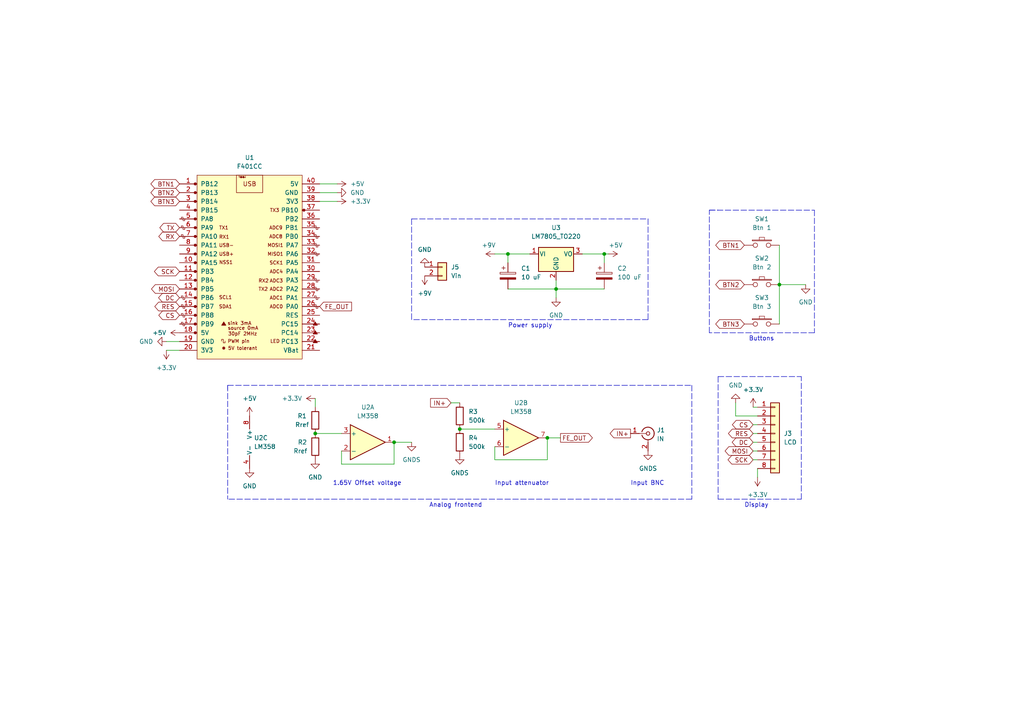
<source format=kicad_sch>
(kicad_sch (version 20211123) (generator eeschema)

  (uuid 29eada6c-d4ae-4953-9374-03db3445dc34)

  (paper "A4")

  (title_block
    (title "PillScope Plus Single board")
    (date "2023-02-17")
    (company "tvlad1234")
    (comment 1 "Rref (R1 and R2) can be any value, as long as it doesn't draw too much current")
  )

  (lib_symbols
    (symbol "Amplifier_Operational:LM358" (pin_names (offset 0.127)) (in_bom yes) (on_board yes)
      (property "Reference" "U" (id 0) (at 0 5.08 0)
        (effects (font (size 1.27 1.27)) (justify left))
      )
      (property "Value" "LM358" (id 1) (at 0 -5.08 0)
        (effects (font (size 1.27 1.27)) (justify left))
      )
      (property "Footprint" "" (id 2) (at 0 0 0)
        (effects (font (size 1.27 1.27)) hide)
      )
      (property "Datasheet" "http://www.ti.com/lit/ds/symlink/lm2904-n.pdf" (id 3) (at 0 0 0)
        (effects (font (size 1.27 1.27)) hide)
      )
      (property "ki_locked" "" (id 4) (at 0 0 0)
        (effects (font (size 1.27 1.27)))
      )
      (property "ki_keywords" "dual opamp" (id 5) (at 0 0 0)
        (effects (font (size 1.27 1.27)) hide)
      )
      (property "ki_description" "Low-Power, Dual Operational Amplifiers, DIP-8/SOIC-8/TO-99-8" (id 6) (at 0 0 0)
        (effects (font (size 1.27 1.27)) hide)
      )
      (property "ki_fp_filters" "SOIC*3.9x4.9mm*P1.27mm* DIP*W7.62mm* TO*99* OnSemi*Micro8* TSSOP*3x3mm*P0.65mm* TSSOP*4.4x3mm*P0.65mm* MSOP*3x3mm*P0.65mm* SSOP*3.9x4.9mm*P0.635mm* LFCSP*2x2mm*P0.5mm* *SIP* SOIC*5.3x6.2mm*P1.27mm*" (id 7) (at 0 0 0)
        (effects (font (size 1.27 1.27)) hide)
      )
      (symbol "LM358_1_1"
        (polyline
          (pts
            (xy -5.08 5.08)
            (xy 5.08 0)
            (xy -5.08 -5.08)
            (xy -5.08 5.08)
          )
          (stroke (width 0.254) (type default) (color 0 0 0 0))
          (fill (type background))
        )
        (pin output line (at 7.62 0 180) (length 2.54)
          (name "~" (effects (font (size 1.27 1.27))))
          (number "1" (effects (font (size 1.27 1.27))))
        )
        (pin input line (at -7.62 -2.54 0) (length 2.54)
          (name "-" (effects (font (size 1.27 1.27))))
          (number "2" (effects (font (size 1.27 1.27))))
        )
        (pin input line (at -7.62 2.54 0) (length 2.54)
          (name "+" (effects (font (size 1.27 1.27))))
          (number "3" (effects (font (size 1.27 1.27))))
        )
      )
      (symbol "LM358_2_1"
        (polyline
          (pts
            (xy -5.08 5.08)
            (xy 5.08 0)
            (xy -5.08 -5.08)
            (xy -5.08 5.08)
          )
          (stroke (width 0.254) (type default) (color 0 0 0 0))
          (fill (type background))
        )
        (pin input line (at -7.62 2.54 0) (length 2.54)
          (name "+" (effects (font (size 1.27 1.27))))
          (number "5" (effects (font (size 1.27 1.27))))
        )
        (pin input line (at -7.62 -2.54 0) (length 2.54)
          (name "-" (effects (font (size 1.27 1.27))))
          (number "6" (effects (font (size 1.27 1.27))))
        )
        (pin output line (at 7.62 0 180) (length 2.54)
          (name "~" (effects (font (size 1.27 1.27))))
          (number "7" (effects (font (size 1.27 1.27))))
        )
      )
      (symbol "LM358_3_1"
        (pin power_in line (at -2.54 -7.62 90) (length 3.81)
          (name "V-" (effects (font (size 1.27 1.27))))
          (number "4" (effects (font (size 1.27 1.27))))
        )
        (pin power_in line (at -2.54 7.62 270) (length 3.81)
          (name "V+" (effects (font (size 1.27 1.27))))
          (number "8" (effects (font (size 1.27 1.27))))
        )
      )
    )
    (symbol "Connector:Conn_Coaxial" (pin_names (offset 1.016) hide) (in_bom yes) (on_board yes)
      (property "Reference" "J" (id 0) (at 0.254 3.048 0)
        (effects (font (size 1.27 1.27)))
      )
      (property "Value" "Conn_Coaxial" (id 1) (at 2.921 0 90)
        (effects (font (size 1.27 1.27)))
      )
      (property "Footprint" "" (id 2) (at 0 0 0)
        (effects (font (size 1.27 1.27)) hide)
      )
      (property "Datasheet" " ~" (id 3) (at 0 0 0)
        (effects (font (size 1.27 1.27)) hide)
      )
      (property "ki_keywords" "BNC SMA SMB SMC LEMO coaxial connector CINCH RCA" (id 4) (at 0 0 0)
        (effects (font (size 1.27 1.27)) hide)
      )
      (property "ki_description" "coaxial connector (BNC, SMA, SMB, SMC, Cinch/RCA, LEMO, ...)" (id 5) (at 0 0 0)
        (effects (font (size 1.27 1.27)) hide)
      )
      (property "ki_fp_filters" "*BNC* *SMA* *SMB* *SMC* *Cinch* *LEMO*" (id 6) (at 0 0 0)
        (effects (font (size 1.27 1.27)) hide)
      )
      (symbol "Conn_Coaxial_0_1"
        (arc (start -1.778 -0.508) (mid 0.2311 -1.8066) (end 1.778 0)
          (stroke (width 0.254) (type default) (color 0 0 0 0))
          (fill (type none))
        )
        (polyline
          (pts
            (xy -2.54 0)
            (xy -0.508 0)
          )
          (stroke (width 0) (type default) (color 0 0 0 0))
          (fill (type none))
        )
        (polyline
          (pts
            (xy 0 -2.54)
            (xy 0 -1.778)
          )
          (stroke (width 0) (type default) (color 0 0 0 0))
          (fill (type none))
        )
        (circle (center 0 0) (radius 0.508)
          (stroke (width 0.2032) (type default) (color 0 0 0 0))
          (fill (type none))
        )
        (arc (start 1.778 0) (mid 0.2099 1.8101) (end -1.778 0.508)
          (stroke (width 0.254) (type default) (color 0 0 0 0))
          (fill (type none))
        )
      )
      (symbol "Conn_Coaxial_1_1"
        (pin passive line (at -5.08 0 0) (length 2.54)
          (name "In" (effects (font (size 1.27 1.27))))
          (number "1" (effects (font (size 1.27 1.27))))
        )
        (pin passive line (at 0 -5.08 90) (length 2.54)
          (name "Ext" (effects (font (size 1.27 1.27))))
          (number "2" (effects (font (size 1.27 1.27))))
        )
      )
    )
    (symbol "Connector_Generic:Conn_01x02" (pin_names (offset 1.016) hide) (in_bom yes) (on_board yes)
      (property "Reference" "J" (id 0) (at 0 2.54 0)
        (effects (font (size 1.27 1.27)))
      )
      (property "Value" "Conn_01x02" (id 1) (at 0 -5.08 0)
        (effects (font (size 1.27 1.27)))
      )
      (property "Footprint" "" (id 2) (at 0 0 0)
        (effects (font (size 1.27 1.27)) hide)
      )
      (property "Datasheet" "~" (id 3) (at 0 0 0)
        (effects (font (size 1.27 1.27)) hide)
      )
      (property "ki_keywords" "connector" (id 4) (at 0 0 0)
        (effects (font (size 1.27 1.27)) hide)
      )
      (property "ki_description" "Generic connector, single row, 01x02, script generated (kicad-library-utils/schlib/autogen/connector/)" (id 5) (at 0 0 0)
        (effects (font (size 1.27 1.27)) hide)
      )
      (property "ki_fp_filters" "Connector*:*_1x??_*" (id 6) (at 0 0 0)
        (effects (font (size 1.27 1.27)) hide)
      )
      (symbol "Conn_01x02_1_1"
        (rectangle (start -1.27 -2.413) (end 0 -2.667)
          (stroke (width 0.1524) (type default) (color 0 0 0 0))
          (fill (type none))
        )
        (rectangle (start -1.27 0.127) (end 0 -0.127)
          (stroke (width 0.1524) (type default) (color 0 0 0 0))
          (fill (type none))
        )
        (rectangle (start -1.27 1.27) (end 1.27 -3.81)
          (stroke (width 0.254) (type default) (color 0 0 0 0))
          (fill (type background))
        )
        (pin passive line (at -5.08 0 0) (length 3.81)
          (name "Pin_1" (effects (font (size 1.27 1.27))))
          (number "1" (effects (font (size 1.27 1.27))))
        )
        (pin passive line (at -5.08 -2.54 0) (length 3.81)
          (name "Pin_2" (effects (font (size 1.27 1.27))))
          (number "2" (effects (font (size 1.27 1.27))))
        )
      )
    )
    (symbol "Connector_Generic:Conn_01x08" (pin_names (offset 1.016) hide) (in_bom yes) (on_board yes)
      (property "Reference" "J" (id 0) (at 0 10.16 0)
        (effects (font (size 1.27 1.27)))
      )
      (property "Value" "Conn_01x08" (id 1) (at 0 -12.7 0)
        (effects (font (size 1.27 1.27)))
      )
      (property "Footprint" "" (id 2) (at 0 0 0)
        (effects (font (size 1.27 1.27)) hide)
      )
      (property "Datasheet" "~" (id 3) (at 0 0 0)
        (effects (font (size 1.27 1.27)) hide)
      )
      (property "ki_keywords" "connector" (id 4) (at 0 0 0)
        (effects (font (size 1.27 1.27)) hide)
      )
      (property "ki_description" "Generic connector, single row, 01x08, script generated (kicad-library-utils/schlib/autogen/connector/)" (id 5) (at 0 0 0)
        (effects (font (size 1.27 1.27)) hide)
      )
      (property "ki_fp_filters" "Connector*:*_1x??_*" (id 6) (at 0 0 0)
        (effects (font (size 1.27 1.27)) hide)
      )
      (symbol "Conn_01x08_1_1"
        (rectangle (start -1.27 -10.033) (end 0 -10.287)
          (stroke (width 0.1524) (type default) (color 0 0 0 0))
          (fill (type none))
        )
        (rectangle (start -1.27 -7.493) (end 0 -7.747)
          (stroke (width 0.1524) (type default) (color 0 0 0 0))
          (fill (type none))
        )
        (rectangle (start -1.27 -4.953) (end 0 -5.207)
          (stroke (width 0.1524) (type default) (color 0 0 0 0))
          (fill (type none))
        )
        (rectangle (start -1.27 -2.413) (end 0 -2.667)
          (stroke (width 0.1524) (type default) (color 0 0 0 0))
          (fill (type none))
        )
        (rectangle (start -1.27 0.127) (end 0 -0.127)
          (stroke (width 0.1524) (type default) (color 0 0 0 0))
          (fill (type none))
        )
        (rectangle (start -1.27 2.667) (end 0 2.413)
          (stroke (width 0.1524) (type default) (color 0 0 0 0))
          (fill (type none))
        )
        (rectangle (start -1.27 5.207) (end 0 4.953)
          (stroke (width 0.1524) (type default) (color 0 0 0 0))
          (fill (type none))
        )
        (rectangle (start -1.27 7.747) (end 0 7.493)
          (stroke (width 0.1524) (type default) (color 0 0 0 0))
          (fill (type none))
        )
        (rectangle (start -1.27 8.89) (end 1.27 -11.43)
          (stroke (width 0.254) (type default) (color 0 0 0 0))
          (fill (type background))
        )
        (pin passive line (at -5.08 7.62 0) (length 3.81)
          (name "Pin_1" (effects (font (size 1.27 1.27))))
          (number "1" (effects (font (size 1.27 1.27))))
        )
        (pin passive line (at -5.08 5.08 0) (length 3.81)
          (name "Pin_2" (effects (font (size 1.27 1.27))))
          (number "2" (effects (font (size 1.27 1.27))))
        )
        (pin passive line (at -5.08 2.54 0) (length 3.81)
          (name "Pin_3" (effects (font (size 1.27 1.27))))
          (number "3" (effects (font (size 1.27 1.27))))
        )
        (pin passive line (at -5.08 0 0) (length 3.81)
          (name "Pin_4" (effects (font (size 1.27 1.27))))
          (number "4" (effects (font (size 1.27 1.27))))
        )
        (pin passive line (at -5.08 -2.54 0) (length 3.81)
          (name "Pin_5" (effects (font (size 1.27 1.27))))
          (number "5" (effects (font (size 1.27 1.27))))
        )
        (pin passive line (at -5.08 -5.08 0) (length 3.81)
          (name "Pin_6" (effects (font (size 1.27 1.27))))
          (number "6" (effects (font (size 1.27 1.27))))
        )
        (pin passive line (at -5.08 -7.62 0) (length 3.81)
          (name "Pin_7" (effects (font (size 1.27 1.27))))
          (number "7" (effects (font (size 1.27 1.27))))
        )
        (pin passive line (at -5.08 -10.16 0) (length 3.81)
          (name "Pin_8" (effects (font (size 1.27 1.27))))
          (number "8" (effects (font (size 1.27 1.27))))
        )
      )
    )
    (symbol "Custom_Symbols_Library:SW_PUSH_BUTTON" (pin_numbers hide) (pin_names (offset 1.016) hide) (in_bom yes) (on_board yes)
      (property "Reference" "SW" (id 0) (at 3.81 2.794 0)
        (effects (font (size 1.27 1.27)))
      )
      (property "Value" "SW_PUSH_BUTTON" (id 1) (at 0 -2.032 0)
        (effects (font (size 1.27 1.27)))
      )
      (property "Footprint" "" (id 2) (at 0 0 0)
        (effects (font (size 1.27 1.27)))
      )
      (property "Datasheet" "" (id 3) (at 0 0 0)
        (effects (font (size 1.27 1.27)))
      )
      (symbol "SW_PUSH_BUTTON_0_1"
        (rectangle (start -2.794 1.524) (end 2.794 1.27)
          (stroke (width 0) (type default) (color 0 0 0 0))
          (fill (type none))
        )
        (polyline
          (pts
            (xy 0.762 1.524)
            (xy 0.762 2.286)
            (xy -0.762 2.286)
            (xy -0.762 1.524)
          )
          (stroke (width 0.127) (type default) (color 0 0 0 0))
          (fill (type none))
        )
        (pin passive inverted (at -5.08 0 0) (length 3.81)
          (name "1" (effects (font (size 1.27 1.27))))
          (number "1" (effects (font (size 1.27 1.27))))
        )
        (pin passive inverted (at 5.08 0 180) (length 3.81)
          (name "2" (effects (font (size 1.27 1.27))))
          (number "2" (effects (font (size 1.27 1.27))))
        )
      )
    )
    (symbol "Device:C_Polarized" (pin_numbers hide) (pin_names (offset 0.254)) (in_bom yes) (on_board yes)
      (property "Reference" "C" (id 0) (at 0.635 2.54 0)
        (effects (font (size 1.27 1.27)) (justify left))
      )
      (property "Value" "C_Polarized" (id 1) (at 0.635 -2.54 0)
        (effects (font (size 1.27 1.27)) (justify left))
      )
      (property "Footprint" "" (id 2) (at 0.9652 -3.81 0)
        (effects (font (size 1.27 1.27)) hide)
      )
      (property "Datasheet" "~" (id 3) (at 0 0 0)
        (effects (font (size 1.27 1.27)) hide)
      )
      (property "ki_keywords" "cap capacitor" (id 4) (at 0 0 0)
        (effects (font (size 1.27 1.27)) hide)
      )
      (property "ki_description" "Polarized capacitor" (id 5) (at 0 0 0)
        (effects (font (size 1.27 1.27)) hide)
      )
      (property "ki_fp_filters" "CP_*" (id 6) (at 0 0 0)
        (effects (font (size 1.27 1.27)) hide)
      )
      (symbol "C_Polarized_0_1"
        (rectangle (start -2.286 0.508) (end 2.286 1.016)
          (stroke (width 0) (type default) (color 0 0 0 0))
          (fill (type none))
        )
        (polyline
          (pts
            (xy -1.778 2.286)
            (xy -0.762 2.286)
          )
          (stroke (width 0) (type default) (color 0 0 0 0))
          (fill (type none))
        )
        (polyline
          (pts
            (xy -1.27 2.794)
            (xy -1.27 1.778)
          )
          (stroke (width 0) (type default) (color 0 0 0 0))
          (fill (type none))
        )
        (rectangle (start 2.286 -0.508) (end -2.286 -1.016)
          (stroke (width 0) (type default) (color 0 0 0 0))
          (fill (type outline))
        )
      )
      (symbol "C_Polarized_1_1"
        (pin passive line (at 0 3.81 270) (length 2.794)
          (name "~" (effects (font (size 1.27 1.27))))
          (number "1" (effects (font (size 1.27 1.27))))
        )
        (pin passive line (at 0 -3.81 90) (length 2.794)
          (name "~" (effects (font (size 1.27 1.27))))
          (number "2" (effects (font (size 1.27 1.27))))
        )
      )
    )
    (symbol "Device:R" (pin_numbers hide) (pin_names (offset 0)) (in_bom yes) (on_board yes)
      (property "Reference" "R" (id 0) (at 2.032 0 90)
        (effects (font (size 1.27 1.27)))
      )
      (property "Value" "R" (id 1) (at 0 0 90)
        (effects (font (size 1.27 1.27)))
      )
      (property "Footprint" "" (id 2) (at -1.778 0 90)
        (effects (font (size 1.27 1.27)) hide)
      )
      (property "Datasheet" "~" (id 3) (at 0 0 0)
        (effects (font (size 1.27 1.27)) hide)
      )
      (property "ki_keywords" "R res resistor" (id 4) (at 0 0 0)
        (effects (font (size 1.27 1.27)) hide)
      )
      (property "ki_description" "Resistor" (id 5) (at 0 0 0)
        (effects (font (size 1.27 1.27)) hide)
      )
      (property "ki_fp_filters" "R_*" (id 6) (at 0 0 0)
        (effects (font (size 1.27 1.27)) hide)
      )
      (symbol "R_0_1"
        (rectangle (start -1.016 -2.54) (end 1.016 2.54)
          (stroke (width 0.254) (type default) (color 0 0 0 0))
          (fill (type none))
        )
      )
      (symbol "R_1_1"
        (pin passive line (at 0 3.81 270) (length 1.27)
          (name "~" (effects (font (size 1.27 1.27))))
          (number "1" (effects (font (size 1.27 1.27))))
        )
        (pin passive line (at 0 -3.81 90) (length 1.27)
          (name "~" (effects (font (size 1.27 1.27))))
          (number "2" (effects (font (size 1.27 1.27))))
        )
      )
    )
    (symbol "Regulator_Linear:LM7805_TO220" (pin_names (offset 0.254)) (in_bom yes) (on_board yes)
      (property "Reference" "U" (id 0) (at -3.81 3.175 0)
        (effects (font (size 1.27 1.27)))
      )
      (property "Value" "LM7805_TO220" (id 1) (at 0 3.175 0)
        (effects (font (size 1.27 1.27)) (justify left))
      )
      (property "Footprint" "Package_TO_SOT_THT:TO-220-3_Vertical" (id 2) (at 0 5.715 0)
        (effects (font (size 1.27 1.27) italic) hide)
      )
      (property "Datasheet" "https://www.onsemi.cn/PowerSolutions/document/MC7800-D.PDF" (id 3) (at 0 -1.27 0)
        (effects (font (size 1.27 1.27)) hide)
      )
      (property "ki_keywords" "Voltage Regulator 1A Positive" (id 4) (at 0 0 0)
        (effects (font (size 1.27 1.27)) hide)
      )
      (property "ki_description" "Positive 1A 35V Linear Regulator, Fixed Output 5V, TO-220" (id 5) (at 0 0 0)
        (effects (font (size 1.27 1.27)) hide)
      )
      (property "ki_fp_filters" "TO?220*" (id 6) (at 0 0 0)
        (effects (font (size 1.27 1.27)) hide)
      )
      (symbol "LM7805_TO220_0_1"
        (rectangle (start -5.08 1.905) (end 5.08 -5.08)
          (stroke (width 0.254) (type default) (color 0 0 0 0))
          (fill (type background))
        )
      )
      (symbol "LM7805_TO220_1_1"
        (pin power_in line (at -7.62 0 0) (length 2.54)
          (name "VI" (effects (font (size 1.27 1.27))))
          (number "1" (effects (font (size 1.27 1.27))))
        )
        (pin power_in line (at 0 -7.62 90) (length 2.54)
          (name "GND" (effects (font (size 1.27 1.27))))
          (number "2" (effects (font (size 1.27 1.27))))
        )
        (pin power_out line (at 7.62 0 180) (length 2.54)
          (name "VO" (effects (font (size 1.27 1.27))))
          (number "3" (effects (font (size 1.27 1.27))))
        )
      )
    )
    (symbol "YAAJ_WeAct_BlackPill_Part_Like:YAAJ_WeAct_BlackPill_Part_Like" (pin_names (offset 1.016)) (in_bom yes) (on_board yes)
      (property "Reference" "U" (id 0) (at -12.7 27.94 0)
        (effects (font (size 1.27 1.27)))
      )
      (property "Value" "YAAJ_WeAct_BlackPill_Part_Like" (id 1) (at 0 2.54 90)
        (effects (font (size 1.27 1.27)))
      )
      (property "Footprint" "Kicad-STM32:YAAJ_WeAct_BlackPill2" (id 2) (at 0.254 -29.972 0)
        (effects (font (size 1.27 1.27)) hide)
      )
      (property "Datasheet" "" (id 3) (at 17.78 -25.4 0)
        (effects (font (size 1.27 1.27)) hide)
      )
      (property "ki_keywords" "module black pill STM32" (id 4) (at 0 0 0)
        (effects (font (size 1.27 1.27)) hide)
      )
      (property "ki_description" "WeAct STM32F401/F411 Black Pill ; not KLC compliant" (id 5) (at 0 0 0)
        (effects (font (size 1.27 1.27)) hide)
      )
      (symbol "YAAJ_WeAct_BlackPill_Part_Like_0_0"
        (circle (center -15.748 -20.32) (radius 0.3556)
          (stroke (width 0) (type default) (color 0 0 0 0))
          (fill (type outline))
        )
        (circle (center -15.748 -17.78) (radius 0.3556)
          (stroke (width 0) (type default) (color 0 0 0 0))
          (fill (type outline))
        )
        (circle (center -15.748 -15.24) (radius 0.3556)
          (stroke (width 0) (type default) (color 0 0 0 0))
          (fill (type outline))
        )
        (circle (center -15.748 -12.7) (radius 0.3556)
          (stroke (width 0) (type default) (color 0 0 0 0))
          (fill (type outline))
        )
        (circle (center -15.748 -10.16) (radius 0.3556)
          (stroke (width 0) (type default) (color 0 0 0 0))
          (fill (type outline))
        )
        (circle (center -15.748 -7.62) (radius 0.3556)
          (stroke (width 0) (type default) (color 0 0 0 0))
          (fill (type outline))
        )
        (circle (center -15.748 -5.08) (radius 0.3556)
          (stroke (width 0) (type default) (color 0 0 0 0))
          (fill (type outline))
        )
        (circle (center -15.748 -2.54) (radius 0.3556)
          (stroke (width 0) (type default) (color 0 0 0 0))
          (fill (type outline))
        )
        (circle (center -15.748 0) (radius 0.3556)
          (stroke (width 0) (type default) (color 0 0 0 0))
          (fill (type outline))
        )
        (circle (center -15.748 2.54) (radius 0.3556)
          (stroke (width 0) (type default) (color 0 0 0 0))
          (fill (type outline))
        )
        (circle (center -15.748 5.08) (radius 0.3556)
          (stroke (width 0) (type default) (color 0 0 0 0))
          (fill (type outline))
        )
        (circle (center -15.748 7.62) (radius 0.3556)
          (stroke (width 0) (type default) (color 0 0 0 0))
          (fill (type outline))
        )
        (circle (center -15.748 10.16) (radius 0.3556)
          (stroke (width 0) (type default) (color 0 0 0 0))
          (fill (type outline))
        )
        (circle (center -15.748 12.7) (radius 0.3556)
          (stroke (width 0) (type default) (color 0 0 0 0))
          (fill (type outline))
        )
        (circle (center -15.748 15.24) (radius 0.3556)
          (stroke (width 0) (type default) (color 0 0 0 0))
          (fill (type outline))
        )
        (circle (center -15.748 17.78) (radius 0.3556)
          (stroke (width 0) (type default) (color 0 0 0 0))
          (fill (type outline))
        )
        (circle (center -15.748 22.86) (radius 0.3556)
          (stroke (width 0) (type default) (color 0 0 0 0))
          (fill (type outline))
        )
        (circle (center -7.493 -24.765) (radius 0.127)
          (stroke (width 0) (type default) (color 0 0 0 0))
          (fill (type outline))
        )
        (circle (center -7.493 -24.765) (radius 0.254)
          (stroke (width 0) (type default) (color 0 0 0 0))
          (fill (type none))
        )
        (circle (center -7.493 -24.765) (radius 0.3556)
          (stroke (width 0) (type default) (color 0 0 0 0))
          (fill (type none))
        )
        (polyline
          (pts
            (xy -8.128 -18.161)
            (xy -7.493 -17.145)
            (xy -6.858 -18.161)
            (xy -8.128 -18.161)
            (xy -7.493 -17.272)
            (xy -6.985 -18.161)
            (xy -8.001 -18.034)
            (xy -7.493 -17.399)
            (xy -7.112 -18.161)
            (xy -7.874 -17.907)
            (xy -7.366 -17.526)
            (xy -7.239 -18.161)
            (xy -7.747 -17.78)
            (xy -7.239 -17.653)
            (xy -7.366 -18.034)
            (xy -7.62 -17.78)
            (xy -7.366 -17.907)
            (xy -7.493 -17.653)
          )
          (stroke (width 0) (type default) (color 0 0 0 0))
          (fill (type none))
        )
        (polyline
          (pts
            (xy 18.415 -23.241)
            (xy 19.05 -22.225)
            (xy 19.685 -23.241)
            (xy 18.415 -23.241)
            (xy 19.05 -22.352)
            (xy 19.558 -23.241)
            (xy 18.542 -23.114)
            (xy 19.05 -22.479)
            (xy 19.431 -23.241)
            (xy 18.669 -22.987)
            (xy 19.177 -22.606)
            (xy 19.304 -23.241)
            (xy 18.796 -22.86)
            (xy 19.304 -22.733)
            (xy 19.177 -23.114)
            (xy 18.923 -22.86)
            (xy 19.177 -22.987)
            (xy 19.05 -22.733)
          )
          (stroke (width 0) (type default) (color 0 0 0 0))
          (fill (type none))
        )
        (polyline
          (pts
            (xy 18.415 -20.701)
            (xy 19.05 -19.685)
            (xy 19.685 -20.701)
            (xy 18.415 -20.701)
            (xy 19.05 -19.812)
            (xy 19.558 -20.701)
            (xy 18.542 -20.574)
            (xy 19.05 -19.939)
            (xy 19.431 -20.701)
            (xy 18.669 -20.447)
            (xy 19.177 -20.066)
            (xy 19.304 -20.701)
            (xy 18.796 -20.32)
            (xy 19.304 -20.193)
            (xy 19.177 -20.574)
            (xy 18.923 -20.32)
            (xy 19.177 -20.447)
            (xy 19.05 -20.193)
          )
          (stroke (width 0) (type default) (color 0 0 0 0))
          (fill (type none))
        )
        (polyline
          (pts
            (xy 18.415 -18.161)
            (xy 19.05 -17.145)
            (xy 19.685 -18.161)
            (xy 18.415 -18.161)
            (xy 19.05 -17.272)
            (xy 19.558 -18.161)
            (xy 18.542 -18.034)
            (xy 19.05 -17.399)
            (xy 19.431 -18.161)
            (xy 18.669 -17.907)
            (xy 19.177 -17.526)
            (xy 19.304 -18.161)
            (xy 18.796 -17.78)
            (xy 19.304 -17.653)
            (xy 19.177 -18.034)
            (xy 18.923 -17.78)
            (xy 19.177 -17.907)
            (xy 19.05 -17.653)
          )
          (stroke (width 0) (type default) (color 0 0 0 0))
          (fill (type none))
        )
        (circle (center 15.748 15.24) (radius 0.254)
          (stroke (width 0) (type default) (color 0 0 0 0))
          (fill (type outline))
        )
        (circle (center 15.748 15.24) (radius 0.3556)
          (stroke (width 0) (type default) (color 0 0 0 0))
          (fill (type none))
        )
        (text "30pF 2MHz" (at -2.032 -20.574 0)
          (effects (font (size 0.9906 0.9906)))
        )
        (text "5V tolerant" (at -2.032 -24.765 0)
          (effects (font (size 0.9906 0.9906)))
        )
        (text "ADC0" (at 7.747 -12.7 0)
          (effects (font (size 0.9906 0.9906)))
        )
        (text "ADC1" (at 7.747 -10.16 0)
          (effects (font (size 0.9906 0.9906)))
        )
        (text "ADC2" (at 7.747 -7.62 0)
          (effects (font (size 0.9906 0.9906)))
        )
        (text "ADC3" (at 7.747 -5.207 0)
          (effects (font (size 0.9906 0.9906)))
        )
        (text "ADC4" (at 7.747 -2.54 0)
          (effects (font (size 0.9906 0.9906)))
        )
        (text "ADC8" (at 7.62 7.62 0)
          (effects (font (size 0.9906 0.9906)))
        )
        (text "ADC9" (at 7.62 10.16 0)
          (effects (font (size 0.9906 0.9906)))
        )
        (text "LED" (at 7.366 -22.733 0)
          (effects (font (size 0.9906 0.9906)))
        )
        (text "MISO1" (at 7.493 2.54 0)
          (effects (font (size 0.9906 0.9906)))
        )
        (text "MOSI1" (at 7.493 5.08 0)
          (effects (font (size 0.9906 0.9906)))
        )
        (text "NSS1" (at -6.858 0.127 0)
          (effects (font (size 0.9906 0.9906)))
        )
        (text "PWM pin" (at -3.175 -22.733 0)
          (effects (font (size 0.9906 0.9906)))
        )
        (text "RX1" (at -7.366 7.493 0)
          (effects (font (size 0.9906 0.9906)))
        )
        (text "RX2" (at 4.064 -5.207 0)
          (effects (font (size 0.9906 0.9906)))
        )
        (text "SCK1" (at 7.747 0 0)
          (effects (font (size 0.9906 0.9906)))
        )
        (text "SCL1" (at -6.985 -10.033 0)
          (effects (font (size 0.9906 0.9906)))
        )
        (text "SDA1" (at -6.985 -12.7 0)
          (effects (font (size 0.9906 0.9906)))
        )
        (text "sink 3mA" (at -2.921 -17.526 0)
          (effects (font (size 0.9906 0.9906)))
        )
        (text "source 0mA" (at -1.905 -18.923 0)
          (effects (font (size 0.9906 0.9906)))
        )
        (text "TX1" (at -7.493 10.16 0)
          (effects (font (size 0.9906 0.9906)))
        )
        (text "TX2" (at 3.937 -7.62 0)
          (effects (font (size 0.9906 0.9906)))
        )
        (text "TX3" (at 7.239 15.24 0)
          (effects (font (size 0.9906 0.9906)))
        )
        (text "USB" (at 0 22.86 0)
          (effects (font (size 1.27 1.27)))
        )
        (text "USB+" (at -6.731 2.54 0)
          (effects (font (size 0.9906 0.9906)))
        )
        (text "USB-" (at -6.731 5.08 0)
          (effects (font (size 0.9906 0.9906)))
        )
        (text "Y@@J" (at -2.159 24.892 0)
          (effects (font (size 0.508 0.508)))
        )
      )
      (symbol "YAAJ_WeAct_BlackPill_Part_Like_0_1"
        (rectangle (start -15.24 25.4) (end 15.24 -27.94)
          (stroke (width 0) (type default) (color 0 0 0 0))
          (fill (type background))
        )
        (polyline
          (pts
            (xy -18.796 -17.78)
            (xy -18.796 -18.288)
            (xy -19.304 -18.288)
            (xy -19.304 -17.272)
            (xy -19.812 -17.272)
            (xy -19.812 -17.78)
          )
          (stroke (width 0) (type default) (color 0 0 0 0))
          (fill (type none))
        )
        (polyline
          (pts
            (xy -18.796 -15.24)
            (xy -18.796 -15.748)
            (xy -19.304 -15.748)
            (xy -19.304 -14.732)
            (xy -19.812 -14.732)
            (xy -19.812 -15.24)
          )
          (stroke (width 0) (type default) (color 0 0 0 0))
          (fill (type none))
        )
        (polyline
          (pts
            (xy -18.796 -12.7)
            (xy -18.796 -13.208)
            (xy -19.304 -13.208)
            (xy -19.304 -12.192)
            (xy -19.812 -12.192)
            (xy -19.812 -12.7)
          )
          (stroke (width 0) (type default) (color 0 0 0 0))
          (fill (type none))
        )
        (polyline
          (pts
            (xy -18.796 -10.16)
            (xy -18.796 -10.668)
            (xy -19.304 -10.668)
            (xy -19.304 -9.652)
            (xy -19.812 -9.652)
            (xy -19.812 -10.16)
          )
          (stroke (width 0) (type default) (color 0 0 0 0))
          (fill (type none))
        )
        (polyline
          (pts
            (xy -18.796 7.62)
            (xy -18.796 7.112)
            (xy -19.304 7.112)
            (xy -19.304 8.128)
            (xy -19.812 8.128)
            (xy -19.812 7.62)
          )
          (stroke (width 0) (type default) (color 0 0 0 0))
          (fill (type none))
        )
        (polyline
          (pts
            (xy -18.796 10.16)
            (xy -18.796 9.652)
            (xy -19.304 9.652)
            (xy -19.304 10.668)
            (xy -19.812 10.668)
            (xy -19.812 10.16)
          )
          (stroke (width 0) (type default) (color 0 0 0 0))
          (fill (type none))
        )
        (polyline
          (pts
            (xy -18.796 12.7)
            (xy -18.796 12.192)
            (xy -19.304 12.192)
            (xy -19.304 13.208)
            (xy -19.812 13.208)
            (xy -19.812 12.7)
          )
          (stroke (width 0) (type default) (color 0 0 0 0))
          (fill (type none))
        )
        (polyline
          (pts
            (xy -7.112 -22.733)
            (xy -7.112 -23.241)
            (xy -7.62 -23.241)
            (xy -7.62 -22.225)
            (xy -8.128 -22.225)
            (xy -8.128 -22.733)
          )
          (stroke (width 0) (type default) (color 0 0 0 0))
          (fill (type none))
        )
        (polyline
          (pts
            (xy 19.812 -12.7)
            (xy 19.812 -13.208)
            (xy 19.304 -13.208)
            (xy 19.304 -12.192)
            (xy 18.796 -12.192)
            (xy 18.796 -12.7)
          )
          (stroke (width 0) (type default) (color 0 0 0 0))
          (fill (type none))
        )
        (polyline
          (pts
            (xy 19.812 -10.16)
            (xy 19.812 -10.668)
            (xy 19.304 -10.668)
            (xy 19.304 -9.652)
            (xy 18.796 -9.652)
            (xy 18.796 -10.16)
          )
          (stroke (width 0) (type default) (color 0 0 0 0))
          (fill (type none))
        )
        (polyline
          (pts
            (xy 19.812 -7.62)
            (xy 19.812 -8.128)
            (xy 19.304 -8.128)
            (xy 19.304 -7.112)
            (xy 18.796 -7.112)
            (xy 18.796 -7.62)
          )
          (stroke (width 0) (type default) (color 0 0 0 0))
          (fill (type none))
        )
        (polyline
          (pts
            (xy 19.812 -5.08)
            (xy 19.812 -5.588)
            (xy 19.304 -5.588)
            (xy 19.304 -4.572)
            (xy 18.796 -4.572)
            (xy 18.796 -5.08)
          )
          (stroke (width 0) (type default) (color 0 0 0 0))
          (fill (type none))
        )
        (polyline
          (pts
            (xy 19.812 2.54)
            (xy 19.812 2.032)
            (xy 19.304 2.032)
            (xy 19.304 3.048)
            (xy 18.796 3.048)
            (xy 18.796 2.54)
          )
          (stroke (width 0) (type default) (color 0 0 0 0))
          (fill (type none))
        )
        (polyline
          (pts
            (xy 19.812 5.08)
            (xy 19.812 4.572)
            (xy 19.304 4.572)
            (xy 19.304 5.588)
            (xy 18.796 5.588)
            (xy 18.796 5.08)
          )
          (stroke (width 0) (type default) (color 0 0 0 0))
          (fill (type none))
        )
        (polyline
          (pts
            (xy 19.812 7.62)
            (xy 19.812 7.112)
            (xy 19.304 7.112)
            (xy 19.304 8.128)
            (xy 18.796 8.128)
            (xy 18.796 7.62)
          )
          (stroke (width 0) (type default) (color 0 0 0 0))
          (fill (type none))
        )
        (polyline
          (pts
            (xy 19.812 10.16)
            (xy 19.812 9.652)
            (xy 19.304 9.652)
            (xy 19.304 10.668)
            (xy 18.796 10.668)
            (xy 18.796 10.16)
          )
          (stroke (width 0) (type default) (color 0 0 0 0))
          (fill (type none))
        )
        (rectangle (start 3.81 25.4) (end -3.81 20.32)
          (stroke (width 0) (type default) (color 0 0 0 0))
          (fill (type none))
        )
      )
      (symbol "YAAJ_WeAct_BlackPill_Part_Like_1_1"
        (circle (center -15.748 20.32) (radius 0.3556)
          (stroke (width 0) (type default) (color 0 0 0 0))
          (fill (type outline))
        )
        (pin bidirectional line (at -20.32 22.86 0) (length 5.08)
          (name "PB12" (effects (font (size 1.27 1.27))))
          (number "1" (effects (font (size 1.27 1.27))))
        )
        (pin bidirectional line (at -20.32 0 0) (length 5.08)
          (name "PA15" (effects (font (size 1.27 1.27))))
          (number "10" (effects (font (size 1.27 1.27))))
        )
        (pin bidirectional line (at -20.32 -2.54 0) (length 5.08)
          (name "PB3" (effects (font (size 1.27 1.27))))
          (number "11" (effects (font (size 1.27 1.27))))
        )
        (pin bidirectional line (at -20.32 -5.08 0) (length 5.08)
          (name "PB4" (effects (font (size 1.27 1.27))))
          (number "12" (effects (font (size 1.27 1.27))))
        )
        (pin bidirectional line (at -20.32 -7.62 0) (length 5.08)
          (name "PB5" (effects (font (size 1.27 1.27))))
          (number "13" (effects (font (size 1.27 1.27))))
        )
        (pin bidirectional line (at -20.32 -10.16 0) (length 5.08)
          (name "PB6" (effects (font (size 1.27 1.27))))
          (number "14" (effects (font (size 1.27 1.27))))
        )
        (pin bidirectional line (at -20.32 -12.7 0) (length 5.08)
          (name "PB7" (effects (font (size 1.27 1.27))))
          (number "15" (effects (font (size 1.27 1.27))))
        )
        (pin bidirectional line (at -20.32 -15.24 0) (length 5.08)
          (name "PB8" (effects (font (size 1.27 1.27))))
          (number "16" (effects (font (size 1.27 1.27))))
        )
        (pin bidirectional line (at -20.32 -17.78 0) (length 5.08)
          (name "PB9" (effects (font (size 1.27 1.27))))
          (number "17" (effects (font (size 1.27 1.27))))
        )
        (pin power_in line (at -20.32 -20.32 0) (length 5.08)
          (name "5V" (effects (font (size 1.27 1.27))))
          (number "18" (effects (font (size 1.27 1.27))))
        )
        (pin power_in line (at -20.32 -22.86 0) (length 5.08)
          (name "GND" (effects (font (size 1.27 1.27))))
          (number "19" (effects (font (size 1.27 1.27))))
        )
        (pin bidirectional line (at -20.32 20.32 0) (length 5.08)
          (name "PB13" (effects (font (size 1.27 1.27))))
          (number "2" (effects (font (size 1.27 1.27))))
        )
        (pin power_in line (at -20.32 -25.4 0) (length 5.08)
          (name "3V3" (effects (font (size 1.27 1.27))))
          (number "20" (effects (font (size 1.27 1.27))))
        )
        (pin power_in line (at 20.32 -25.4 180) (length 5.08)
          (name "VBat" (effects (font (size 1.27 1.27))))
          (number "21" (effects (font (size 1.27 1.27))))
        )
        (pin bidirectional line (at 20.32 -22.86 180) (length 5.08)
          (name "PC13" (effects (font (size 1.27 1.27))))
          (number "22" (effects (font (size 1.27 1.27))))
        )
        (pin bidirectional line (at 20.32 -20.32 180) (length 5.08)
          (name "PC14" (effects (font (size 1.27 1.27))))
          (number "23" (effects (font (size 1.27 1.27))))
        )
        (pin bidirectional line (at 20.32 -17.78 180) (length 5.08)
          (name "PC15" (effects (font (size 1.27 1.27))))
          (number "24" (effects (font (size 1.27 1.27))))
        )
        (pin input line (at 20.32 -15.24 180) (length 5.08)
          (name "RES" (effects (font (size 1.27 1.27))))
          (number "25" (effects (font (size 1.27 1.27))))
        )
        (pin bidirectional line (at 20.32 -12.7 180) (length 5.08)
          (name "PA0" (effects (font (size 1.27 1.27))))
          (number "26" (effects (font (size 1.27 1.27))))
        )
        (pin bidirectional line (at 20.32 -10.16 180) (length 5.08)
          (name "PA1" (effects (font (size 1.27 1.27))))
          (number "27" (effects (font (size 1.27 1.27))))
        )
        (pin bidirectional line (at 20.32 -7.62 180) (length 5.08)
          (name "PA2" (effects (font (size 1.27 1.27))))
          (number "28" (effects (font (size 1.27 1.27))))
        )
        (pin bidirectional line (at 20.32 -5.08 180) (length 5.08)
          (name "PA3" (effects (font (size 1.27 1.27))))
          (number "29" (effects (font (size 1.27 1.27))))
        )
        (pin bidirectional line (at -20.32 17.78 0) (length 5.08)
          (name "PB14" (effects (font (size 1.27 1.27))))
          (number "3" (effects (font (size 1.27 1.27))))
        )
        (pin bidirectional line (at 20.32 -2.54 180) (length 5.08)
          (name "PA4" (effects (font (size 1.27 1.27))))
          (number "30" (effects (font (size 1.27 1.27))))
        )
        (pin bidirectional line (at 20.32 0 180) (length 5.08)
          (name "PA5" (effects (font (size 1.27 1.27))))
          (number "31" (effects (font (size 1.27 1.27))))
        )
        (pin bidirectional line (at 20.32 2.54 180) (length 5.08)
          (name "PA6" (effects (font (size 1.27 1.27))))
          (number "32" (effects (font (size 1.27 1.27))))
        )
        (pin bidirectional line (at 20.32 5.08 180) (length 5.08)
          (name "PA7" (effects (font (size 1.27 1.27))))
          (number "33" (effects (font (size 1.27 1.27))))
        )
        (pin bidirectional line (at 20.32 7.62 180) (length 5.08)
          (name "PB0" (effects (font (size 1.27 1.27))))
          (number "34" (effects (font (size 1.27 1.27))))
        )
        (pin bidirectional line (at 20.32 10.16 180) (length 5.08)
          (name "PB1" (effects (font (size 1.27 1.27))))
          (number "35" (effects (font (size 1.27 1.27))))
        )
        (pin bidirectional line (at 20.32 12.7 180) (length 5.08)
          (name "PB2" (effects (font (size 1.27 1.27))))
          (number "36" (effects (font (size 1.27 1.27))))
        )
        (pin bidirectional line (at 20.32 15.24 180) (length 5.08)
          (name "PB10" (effects (font (size 1.27 1.27))))
          (number "37" (effects (font (size 1.27 1.27))))
        )
        (pin power_in line (at 20.32 17.78 180) (length 5.08)
          (name "3V3" (effects (font (size 1.27 1.27))))
          (number "38" (effects (font (size 1.27 1.27))))
        )
        (pin power_in line (at 20.32 20.32 180) (length 5.08)
          (name "GND" (effects (font (size 1.27 1.27))))
          (number "39" (effects (font (size 1.27 1.27))))
        )
        (pin bidirectional line (at -20.32 15.24 0) (length 5.08)
          (name "PB15" (effects (font (size 1.27 1.27))))
          (number "4" (effects (font (size 1.27 1.27))))
        )
        (pin power_in line (at 20.32 22.86 180) (length 5.08)
          (name "5V" (effects (font (size 1.27 1.27))))
          (number "40" (effects (font (size 1.27 1.27))))
        )
        (pin bidirectional line (at -20.32 12.7 0) (length 5.08)
          (name "PA8" (effects (font (size 1.27 1.27))))
          (number "5" (effects (font (size 1.27 1.27))))
        )
        (pin bidirectional line (at -20.32 10.16 0) (length 5.08)
          (name "PA9" (effects (font (size 1.27 1.27))))
          (number "6" (effects (font (size 1.27 1.27))))
        )
        (pin bidirectional line (at -20.32 7.62 0) (length 5.08)
          (name "PA10" (effects (font (size 1.27 1.27))))
          (number "7" (effects (font (size 1.27 1.27))))
        )
        (pin bidirectional line (at -20.32 5.08 0) (length 5.08)
          (name "PA11" (effects (font (size 1.27 1.27))))
          (number "8" (effects (font (size 1.27 1.27))))
        )
        (pin bidirectional line (at -20.32 2.54 0) (length 5.08)
          (name "PA12" (effects (font (size 1.27 1.27))))
          (number "9" (effects (font (size 1.27 1.27))))
        )
      )
    )
    (symbol "power:+3.3V" (power) (pin_names (offset 0)) (in_bom yes) (on_board yes)
      (property "Reference" "#PWR" (id 0) (at 0 -3.81 0)
        (effects (font (size 1.27 1.27)) hide)
      )
      (property "Value" "+3.3V" (id 1) (at 0 3.556 0)
        (effects (font (size 1.27 1.27)))
      )
      (property "Footprint" "" (id 2) (at 0 0 0)
        (effects (font (size 1.27 1.27)) hide)
      )
      (property "Datasheet" "" (id 3) (at 0 0 0)
        (effects (font (size 1.27 1.27)) hide)
      )
      (property "ki_keywords" "power-flag" (id 4) (at 0 0 0)
        (effects (font (size 1.27 1.27)) hide)
      )
      (property "ki_description" "Power symbol creates a global label with name \"+3.3V\"" (id 5) (at 0 0 0)
        (effects (font (size 1.27 1.27)) hide)
      )
      (symbol "+3.3V_0_1"
        (polyline
          (pts
            (xy -0.762 1.27)
            (xy 0 2.54)
          )
          (stroke (width 0) (type default) (color 0 0 0 0))
          (fill (type none))
        )
        (polyline
          (pts
            (xy 0 0)
            (xy 0 2.54)
          )
          (stroke (width 0) (type default) (color 0 0 0 0))
          (fill (type none))
        )
        (polyline
          (pts
            (xy 0 2.54)
            (xy 0.762 1.27)
          )
          (stroke (width 0) (type default) (color 0 0 0 0))
          (fill (type none))
        )
      )
      (symbol "+3.3V_1_1"
        (pin power_in line (at 0 0 90) (length 0) hide
          (name "+3.3V" (effects (font (size 1.27 1.27))))
          (number "1" (effects (font (size 1.27 1.27))))
        )
      )
    )
    (symbol "power:+5V" (power) (pin_names (offset 0)) (in_bom yes) (on_board yes)
      (property "Reference" "#PWR" (id 0) (at 0 -3.81 0)
        (effects (font (size 1.27 1.27)) hide)
      )
      (property "Value" "+5V" (id 1) (at 0 3.556 0)
        (effects (font (size 1.27 1.27)))
      )
      (property "Footprint" "" (id 2) (at 0 0 0)
        (effects (font (size 1.27 1.27)) hide)
      )
      (property "Datasheet" "" (id 3) (at 0 0 0)
        (effects (font (size 1.27 1.27)) hide)
      )
      (property "ki_keywords" "power-flag" (id 4) (at 0 0 0)
        (effects (font (size 1.27 1.27)) hide)
      )
      (property "ki_description" "Power symbol creates a global label with name \"+5V\"" (id 5) (at 0 0 0)
        (effects (font (size 1.27 1.27)) hide)
      )
      (symbol "+5V_0_1"
        (polyline
          (pts
            (xy -0.762 1.27)
            (xy 0 2.54)
          )
          (stroke (width 0) (type default) (color 0 0 0 0))
          (fill (type none))
        )
        (polyline
          (pts
            (xy 0 0)
            (xy 0 2.54)
          )
          (stroke (width 0) (type default) (color 0 0 0 0))
          (fill (type none))
        )
        (polyline
          (pts
            (xy 0 2.54)
            (xy 0.762 1.27)
          )
          (stroke (width 0) (type default) (color 0 0 0 0))
          (fill (type none))
        )
      )
      (symbol "+5V_1_1"
        (pin power_in line (at 0 0 90) (length 0) hide
          (name "+5V" (effects (font (size 1.27 1.27))))
          (number "1" (effects (font (size 1.27 1.27))))
        )
      )
    )
    (symbol "power:+9V" (power) (pin_names (offset 0)) (in_bom yes) (on_board yes)
      (property "Reference" "#PWR" (id 0) (at 0 -3.81 0)
        (effects (font (size 1.27 1.27)) hide)
      )
      (property "Value" "+9V" (id 1) (at 0 3.556 0)
        (effects (font (size 1.27 1.27)))
      )
      (property "Footprint" "" (id 2) (at 0 0 0)
        (effects (font (size 1.27 1.27)) hide)
      )
      (property "Datasheet" "" (id 3) (at 0 0 0)
        (effects (font (size 1.27 1.27)) hide)
      )
      (property "ki_keywords" "power-flag" (id 4) (at 0 0 0)
        (effects (font (size 1.27 1.27)) hide)
      )
      (property "ki_description" "Power symbol creates a global label with name \"+9V\"" (id 5) (at 0 0 0)
        (effects (font (size 1.27 1.27)) hide)
      )
      (symbol "+9V_0_1"
        (polyline
          (pts
            (xy -0.762 1.27)
            (xy 0 2.54)
          )
          (stroke (width 0) (type default) (color 0 0 0 0))
          (fill (type none))
        )
        (polyline
          (pts
            (xy 0 0)
            (xy 0 2.54)
          )
          (stroke (width 0) (type default) (color 0 0 0 0))
          (fill (type none))
        )
        (polyline
          (pts
            (xy 0 2.54)
            (xy 0.762 1.27)
          )
          (stroke (width 0) (type default) (color 0 0 0 0))
          (fill (type none))
        )
      )
      (symbol "+9V_1_1"
        (pin power_in line (at 0 0 90) (length 0) hide
          (name "+9V" (effects (font (size 1.27 1.27))))
          (number "1" (effects (font (size 1.27 1.27))))
        )
      )
    )
    (symbol "power:GND" (power) (pin_names (offset 0)) (in_bom yes) (on_board yes)
      (property "Reference" "#PWR" (id 0) (at 0 -6.35 0)
        (effects (font (size 1.27 1.27)) hide)
      )
      (property "Value" "GND" (id 1) (at 0 -3.81 0)
        (effects (font (size 1.27 1.27)))
      )
      (property "Footprint" "" (id 2) (at 0 0 0)
        (effects (font (size 1.27 1.27)) hide)
      )
      (property "Datasheet" "" (id 3) (at 0 0 0)
        (effects (font (size 1.27 1.27)) hide)
      )
      (property "ki_keywords" "power-flag" (id 4) (at 0 0 0)
        (effects (font (size 1.27 1.27)) hide)
      )
      (property "ki_description" "Power symbol creates a global label with name \"GND\" , ground" (id 5) (at 0 0 0)
        (effects (font (size 1.27 1.27)) hide)
      )
      (symbol "GND_0_1"
        (polyline
          (pts
            (xy 0 0)
            (xy 0 -1.27)
            (xy 1.27 -1.27)
            (xy 0 -2.54)
            (xy -1.27 -1.27)
            (xy 0 -1.27)
          )
          (stroke (width 0) (type default) (color 0 0 0 0))
          (fill (type none))
        )
      )
      (symbol "GND_1_1"
        (pin power_in line (at 0 0 270) (length 0) hide
          (name "GND" (effects (font (size 1.27 1.27))))
          (number "1" (effects (font (size 1.27 1.27))))
        )
      )
    )
    (symbol "power:GNDS" (power) (pin_names (offset 0)) (in_bom yes) (on_board yes)
      (property "Reference" "#PWR" (id 0) (at 0 -6.35 0)
        (effects (font (size 1.27 1.27)) hide)
      )
      (property "Value" "GNDS" (id 1) (at 0 -3.81 0)
        (effects (font (size 1.27 1.27)))
      )
      (property "Footprint" "" (id 2) (at 0 0 0)
        (effects (font (size 1.27 1.27)) hide)
      )
      (property "Datasheet" "" (id 3) (at 0 0 0)
        (effects (font (size 1.27 1.27)) hide)
      )
      (property "ki_keywords" "power-flag" (id 4) (at 0 0 0)
        (effects (font (size 1.27 1.27)) hide)
      )
      (property "ki_description" "Power symbol creates a global label with name \"GNDS\" , signal ground" (id 5) (at 0 0 0)
        (effects (font (size 1.27 1.27)) hide)
      )
      (symbol "GNDS_0_1"
        (polyline
          (pts
            (xy 0 0)
            (xy 0 -1.27)
            (xy 1.27 -1.27)
            (xy 0 -2.54)
            (xy -1.27 -1.27)
            (xy 0 -1.27)
          )
          (stroke (width 0) (type default) (color 0 0 0 0))
          (fill (type none))
        )
      )
      (symbol "GNDS_1_1"
        (pin power_in line (at 0 0 270) (length 0) hide
          (name "GNDS" (effects (font (size 1.27 1.27))))
          (number "1" (effects (font (size 1.27 1.27))))
        )
      )
    )
  )

  (junction (at 91.44 125.73) (diameter 0) (color 0 0 0 0)
    (uuid 06dfbf96-6937-4984-8a28-f0eff2f711fb)
  )
  (junction (at 133.35 124.46) (diameter 0) (color 0 0 0 0)
    (uuid 1252cf0d-3669-41fe-8c39-8d7f716fd11f)
  )
  (junction (at 175.26 73.66) (diameter 0) (color 0 0 0 0)
    (uuid 72ca712a-a826-4191-9dc1-737a9147499b)
  )
  (junction (at 161.29 83.82) (diameter 0) (color 0 0 0 0)
    (uuid 9f588534-aaeb-4d09-9332-799dfe85ef76)
  )
  (junction (at 158.75 127) (diameter 0) (color 0 0 0 0)
    (uuid b284792e-ac79-4764-aa11-4f1f232436a8)
  )
  (junction (at 147.32 73.66) (diameter 0) (color 0 0 0 0)
    (uuid c4333f9a-0049-46ee-9f7b-1939a7ad8edb)
  )
  (junction (at 114.3 128.27) (diameter 0) (color 0 0 0 0)
    (uuid d3c89d42-041e-4e07-843f-1779ef6a1a2a)
  )
  (junction (at 226.06 82.55) (diameter 0) (color 0 0 0 0)
    (uuid fc3741b8-4152-43c3-9a93-2ab81cd8247e)
  )

  (polyline (pts (xy 66.04 111.76) (xy 66.04 144.78))
    (stroke (width 0) (type default) (color 0 0 0 0))
    (uuid 0038b2a3-b87e-4a12-b6eb-37d850a7d7f3)
  )

  (wire (pts (xy 133.35 124.46) (xy 143.51 124.46))
    (stroke (width 0) (type default) (color 0 0 0 0))
    (uuid 1003be76-4a1b-40f1-bdff-f42859b8df2d)
  )
  (wire (pts (xy 161.29 81.28) (xy 161.29 83.82))
    (stroke (width 0) (type default) (color 0 0 0 0))
    (uuid 10b68721-20d4-46fa-8b75-a71e0f26046e)
  )
  (wire (pts (xy 213.36 120.65) (xy 213.36 116.84))
    (stroke (width 0) (type default) (color 0 0 0 0))
    (uuid 2ad8ce42-1fc4-40a5-a1a3-a0978e73e43c)
  )
  (wire (pts (xy 114.3 134.62) (xy 114.3 128.27))
    (stroke (width 0) (type default) (color 0 0 0 0))
    (uuid 2b842b88-da94-4e5f-b529-f9c27fe2924c)
  )
  (wire (pts (xy 175.26 73.66) (xy 176.53 73.66))
    (stroke (width 0) (type default) (color 0 0 0 0))
    (uuid 2cf6f69a-701a-4dae-8fec-cd58d78e0593)
  )
  (polyline (pts (xy 200.66 111.76) (xy 200.66 144.78))
    (stroke (width 0) (type default) (color 0 0 0 0))
    (uuid 35977760-28b3-4f07-b91b-c75eaf898f9e)
  )

  (wire (pts (xy 168.91 73.66) (xy 175.26 73.66))
    (stroke (width 0) (type default) (color 0 0 0 0))
    (uuid 35e34505-d1fc-4706-8c12-3c79b7a7c00e)
  )
  (wire (pts (xy 143.51 73.66) (xy 147.32 73.66))
    (stroke (width 0) (type default) (color 0 0 0 0))
    (uuid 36b442e8-b9b1-4f89-8e3f-e9b32b74d3cb)
  )
  (wire (pts (xy 147.32 73.66) (xy 153.67 73.66))
    (stroke (width 0) (type default) (color 0 0 0 0))
    (uuid 3aa62081-2108-4f98-8189-41d7f5ee7a7c)
  )
  (polyline (pts (xy 200.66 144.78) (xy 66.04 144.78))
    (stroke (width 0) (type default) (color 0 0 0 0))
    (uuid 3c9ba6c2-ed29-48dc-a56e-3ce22ff9eacd)
  )

  (wire (pts (xy 218.44 128.27) (xy 219.71 128.27))
    (stroke (width 0) (type default) (color 0 0 0 0))
    (uuid 3f4ec5e9-c901-4e02-95f5-085bbbcf5af7)
  )
  (polyline (pts (xy 205.74 60.96) (xy 208.28 60.96))
    (stroke (width 0) (type default) (color 0 0 0 0))
    (uuid 4c342e2b-df5e-4593-a90b-de5860880dfe)
  )

  (wire (pts (xy 226.06 82.55) (xy 226.06 93.98))
    (stroke (width 0) (type default) (color 0 0 0 0))
    (uuid 4d8a84f1-8bae-4e2b-84c1-c8aff5aa8fdf)
  )
  (wire (pts (xy 158.75 133.35) (xy 158.75 127))
    (stroke (width 0) (type default) (color 0 0 0 0))
    (uuid 4e7b20ea-96e3-4014-afd8-ff9214b4bd3f)
  )
  (polyline (pts (xy 236.22 60.96) (xy 236.22 96.52))
    (stroke (width 0) (type default) (color 0 0 0 0))
    (uuid 554a2f8c-4ef1-47c9-a8da-be32ef171ed6)
  )

  (wire (pts (xy 161.29 83.82) (xy 175.26 83.82))
    (stroke (width 0) (type default) (color 0 0 0 0))
    (uuid 5adb7509-66a5-4fbf-9281-62aba2aa7eb6)
  )
  (wire (pts (xy 143.51 129.54) (xy 143.51 133.35))
    (stroke (width 0) (type default) (color 0 0 0 0))
    (uuid 5e821489-bcd5-4be6-8b94-8ac91c105c88)
  )
  (polyline (pts (xy 205.74 60.96) (xy 236.22 60.96))
    (stroke (width 0) (type default) (color 0 0 0 0))
    (uuid 6dab0997-ad0d-4f83-9a2b-ea15b22cedbf)
  )
  (polyline (pts (xy 119.38 63.5) (xy 119.38 92.71))
    (stroke (width 0) (type default) (color 0 0 0 0))
    (uuid 720d036c-6379-4c39-a208-3a47770331ca)
  )
  (polyline (pts (xy 66.04 111.76) (xy 200.66 111.76))
    (stroke (width 0) (type default) (color 0 0 0 0))
    (uuid 7c634f4f-97f6-4d26-b676-8d0671b32dfa)
  )
  (polyline (pts (xy 119.38 63.5) (xy 187.96 63.5))
    (stroke (width 0) (type default) (color 0 0 0 0))
    (uuid 7d3a23fe-6f7f-4f8a-9607-3787be06753a)
  )
  (polyline (pts (xy 208.28 109.22) (xy 208.28 144.78))
    (stroke (width 0) (type default) (color 0 0 0 0))
    (uuid 7fc18bf3-6c05-457c-a542-11092a9e00ba)
  )
  (polyline (pts (xy 232.41 144.78) (xy 232.41 109.22))
    (stroke (width 0) (type default) (color 0 0 0 0))
    (uuid 8356eb66-d388-4b95-a77f-24c72033915e)
  )

  (wire (pts (xy 99.06 130.81) (xy 99.06 134.62))
    (stroke (width 0) (type default) (color 0 0 0 0))
    (uuid 894b4720-9164-4d0b-8529-bbb71aecf903)
  )
  (wire (pts (xy 91.44 115.57) (xy 91.44 118.11))
    (stroke (width 0) (type default) (color 0 0 0 0))
    (uuid 941e4d81-5ab7-440e-823b-c6c9f4a3e5d0)
  )
  (wire (pts (xy 218.44 130.81) (xy 219.71 130.81))
    (stroke (width 0) (type default) (color 0 0 0 0))
    (uuid 9a78fcbe-1f2f-46bd-8171-4acb2dc7bb6f)
  )
  (wire (pts (xy 218.44 125.73) (xy 219.71 125.73))
    (stroke (width 0) (type default) (color 0 0 0 0))
    (uuid a1cc67f2-d884-476a-856c-cf21c8b27412)
  )
  (wire (pts (xy 92.71 53.34) (xy 97.79 53.34))
    (stroke (width 0) (type default) (color 0 0 0 0))
    (uuid a8a2018b-bf18-4de2-9e7f-57fd9c06de01)
  )
  (wire (pts (xy 92.71 58.42) (xy 97.79 58.42))
    (stroke (width 0) (type default) (color 0 0 0 0))
    (uuid a92729d8-4c4d-4e80-a8e8-a4aa890a1698)
  )
  (wire (pts (xy 99.06 134.62) (xy 114.3 134.62))
    (stroke (width 0) (type default) (color 0 0 0 0))
    (uuid abfd531d-1218-42bf-ae93-09d90fecdfa7)
  )
  (wire (pts (xy 226.06 82.55) (xy 233.68 82.55))
    (stroke (width 0) (type default) (color 0 0 0 0))
    (uuid aee4b2ad-b4cd-4d34-83ff-a927f60d1c2f)
  )
  (wire (pts (xy 218.44 123.19) (xy 219.71 123.19))
    (stroke (width 0) (type default) (color 0 0 0 0))
    (uuid b0ebcfbf-8aa2-4701-aa0d-6d06c09717e4)
  )
  (wire (pts (xy 219.71 135.89) (xy 219.71 138.43))
    (stroke (width 0) (type default) (color 0 0 0 0))
    (uuid b537fa98-707e-4239-880d-9acdafa094c2)
  )
  (wire (pts (xy 91.44 125.73) (xy 99.06 125.73))
    (stroke (width 0) (type default) (color 0 0 0 0))
    (uuid b64fc3dc-fdc9-4769-a7e0-680ed9865229)
  )
  (wire (pts (xy 147.32 73.66) (xy 147.32 76.2))
    (stroke (width 0) (type default) (color 0 0 0 0))
    (uuid b8ad4b97-9fc6-4edc-a348-69caca659079)
  )
  (wire (pts (xy 147.32 83.82) (xy 161.29 83.82))
    (stroke (width 0) (type default) (color 0 0 0 0))
    (uuid ba03fd76-4000-4336-bf62-dade3f3e11e9)
  )
  (polyline (pts (xy 205.74 96.52) (xy 205.74 60.96))
    (stroke (width 0) (type default) (color 0 0 0 0))
    (uuid bf1fb79c-68ed-4760-a4df-a501a18f34ab)
  )

  (wire (pts (xy 226.06 71.12) (xy 226.06 82.55))
    (stroke (width 0) (type default) (color 0 0 0 0))
    (uuid c3dc158b-26a5-4993-966c-12720f19515a)
  )
  (wire (pts (xy 48.26 99.06) (xy 52.07 99.06))
    (stroke (width 0) (type default) (color 0 0 0 0))
    (uuid c62cee02-2745-42e9-a32c-8d74fa16652d)
  )
  (wire (pts (xy 158.75 127) (xy 162.56 127))
    (stroke (width 0) (type default) (color 0 0 0 0))
    (uuid c790af33-3acd-4c98-9531-e7ae34cbbf76)
  )
  (polyline (pts (xy 208.28 144.78) (xy 232.41 144.78))
    (stroke (width 0) (type default) (color 0 0 0 0))
    (uuid ca9033e2-c069-4da6-8c17-f62622c2d899)
  )
  (polyline (pts (xy 187.96 63.5) (xy 187.96 92.71))
    (stroke (width 0) (type default) (color 0 0 0 0))
    (uuid cf50654b-1b5c-429f-9d09-d9a04d1cabc8)
  )
  (polyline (pts (xy 236.22 96.52) (xy 205.74 96.52))
    (stroke (width 0) (type default) (color 0 0 0 0))
    (uuid cfb923d2-020e-44b9-8960-5d124a72e90f)
  )

  (wire (pts (xy 114.3 128.27) (xy 119.38 128.27))
    (stroke (width 0) (type default) (color 0 0 0 0))
    (uuid cff7d400-d14e-4e92-9c27-27c0b896d6ef)
  )
  (wire (pts (xy 218.44 118.11) (xy 219.71 118.11))
    (stroke (width 0) (type default) (color 0 0 0 0))
    (uuid d66fe6a7-109b-4f7e-aae9-a6c692a7ef73)
  )
  (wire (pts (xy 161.29 83.82) (xy 161.29 86.36))
    (stroke (width 0) (type default) (color 0 0 0 0))
    (uuid d8de19e6-2b99-45e4-91db-a26e362fb523)
  )
  (wire (pts (xy 143.51 133.35) (xy 158.75 133.35))
    (stroke (width 0) (type default) (color 0 0 0 0))
    (uuid db31ef4e-8dea-47bd-b116-526a1255cda0)
  )
  (wire (pts (xy 218.44 133.35) (xy 219.71 133.35))
    (stroke (width 0) (type default) (color 0 0 0 0))
    (uuid dd749963-ab14-47ef-9fd4-519e381ee249)
  )
  (polyline (pts (xy 66.04 111.76) (xy 66.04 113.03))
    (stroke (width 0) (type default) (color 0 0 0 0))
    (uuid e0e88631-7877-4463-9343-5528e0fae654)
  )

  (wire (pts (xy 175.26 73.66) (xy 175.26 76.2))
    (stroke (width 0) (type default) (color 0 0 0 0))
    (uuid e4987c7f-72f2-4d35-b85d-f039b92310c2)
  )
  (wire (pts (xy 92.71 55.88) (xy 97.79 55.88))
    (stroke (width 0) (type default) (color 0 0 0 0))
    (uuid e7bddb59-3a84-40f8-975e-b58c0833c016)
  )
  (wire (pts (xy 130.81 116.84) (xy 133.35 116.84))
    (stroke (width 0) (type default) (color 0 0 0 0))
    (uuid e8013949-b004-4012-9ec3-53d7a31a98c2)
  )
  (wire (pts (xy 219.71 120.65) (xy 213.36 120.65))
    (stroke (width 0) (type default) (color 0 0 0 0))
    (uuid e9f1df49-7d7d-45bb-84ab-89d98c67ab76)
  )
  (wire (pts (xy 48.26 101.6) (xy 52.07 101.6))
    (stroke (width 0) (type default) (color 0 0 0 0))
    (uuid f50e2bb3-b5ef-43c2-b149-8c4ee4e17692)
  )
  (polyline (pts (xy 187.96 92.71) (xy 119.38 92.71))
    (stroke (width 0) (type default) (color 0 0 0 0))
    (uuid f95618a3-bd61-493f-aa8c-9fac35faef9a)
  )
  (polyline (pts (xy 208.28 109.22) (xy 232.41 109.22))
    (stroke (width 0) (type default) (color 0 0 0 0))
    (uuid fb9dfb56-7135-4409-92ac-1ced60411843)
  )

  (text "Buttons" (at 217.17 99.06 0)
    (effects (font (size 1.27 1.27)) (justify left bottom))
    (uuid 4195a688-b76d-440d-95d2-70e5bdcb3b53)
  )
  (text "Power supply" (at 147.32 95.25 0)
    (effects (font (size 1.27 1.27)) (justify left bottom))
    (uuid 5cb97236-5800-469d-9898-6ebe69a17cfb)
  )
  (text "Input BNC" (at 182.88 140.97 0)
    (effects (font (size 1.27 1.27)) (justify left bottom))
    (uuid 72f80412-37a0-4a23-831c-dd3e4daa5c66)
  )
  (text "1.65V Offset voltage" (at 96.52 140.97 0)
    (effects (font (size 1.27 1.27)) (justify left bottom))
    (uuid 986318e5-11b5-4557-9901-2e812d58b0fe)
  )
  (text "Input attenuator" (at 143.51 140.97 0)
    (effects (font (size 1.27 1.27)) (justify left bottom))
    (uuid 9dd729eb-63ad-4f66-81d8-9eea27570fe7)
  )
  (text "Display" (at 215.9 147.32 0)
    (effects (font (size 1.27 1.27)) (justify left bottom))
    (uuid b6a71292-c8d8-4d2c-bf5e-a5ca9b526619)
  )
  (text "Analog frontend" (at 124.46 147.32 0)
    (effects (font (size 1.27 1.27)) (justify left bottom))
    (uuid d1f60617-5d6d-44cf-86fe-1422beb3d3e4)
  )

  (global_label "BTN3" (shape bidirectional) (at 215.9 93.98 180) (fields_autoplaced)
    (effects (font (size 1.27 1.27)) (justify right))
    (uuid 29c16987-ddb6-4ef8-a7ed-37fa71dd4b47)
    (property "Intersheet References" "${INTERSHEET_REFS}" (id 0) (at 208.7093 93.9006 0)
      (effects (font (size 1.27 1.27)) (justify right) hide)
    )
  )
  (global_label "TX" (shape bidirectional) (at 52.07 66.04 180) (fields_autoplaced)
    (effects (font (size 1.27 1.27)) (justify right))
    (uuid 2b815f38-39e5-4732-b890-5493a5e569ed)
    (property "Intersheet References" "${INTERSHEET_REFS}" (id 0) (at 47.4798 65.9606 0)
      (effects (font (size 1.27 1.27)) (justify right) hide)
    )
  )
  (global_label "MOSI" (shape bidirectional) (at 218.44 130.81 180) (fields_autoplaced)
    (effects (font (size 1.27 1.27)) (justify right))
    (uuid 2c28c626-11ac-4c15-9296-29dee7f9aac1)
    (property "Intersheet References" "${INTERSHEET_REFS}" (id 0) (at 211.4307 130.8894 0)
      (effects (font (size 1.27 1.27)) (justify right) hide)
    )
  )
  (global_label "CS" (shape bidirectional) (at 52.07 91.44 180) (fields_autoplaced)
    (effects (font (size 1.27 1.27)) (justify right))
    (uuid 33eddb05-8d3d-4d87-9e7a-636c81425c3d)
    (property "Intersheet References" "${INTERSHEET_REFS}" (id 0) (at 47.1774 91.3606 0)
      (effects (font (size 1.27 1.27)) (justify right) hide)
    )
  )
  (global_label "RX" (shape bidirectional) (at 52.07 68.58 180) (fields_autoplaced)
    (effects (font (size 1.27 1.27)) (justify right))
    (uuid 5c7dd9d0-f18a-40b7-ba4b-5155900c30c7)
    (property "Intersheet References" "${INTERSHEET_REFS}" (id 0) (at 47.1774 68.5006 0)
      (effects (font (size 1.27 1.27)) (justify right) hide)
    )
  )
  (global_label "FE_OUT" (shape output) (at 162.56 127 0) (fields_autoplaced)
    (effects (font (size 1.27 1.27)) (justify left))
    (uuid 69c833bb-2080-414c-b439-8376d27f6535)
    (property "Intersheet References" "${INTERSHEET_REFS}" (id 0) (at 171.8069 126.9206 0)
      (effects (font (size 1.27 1.27)) (justify left) hide)
    )
  )
  (global_label "BTN1" (shape bidirectional) (at 215.9 71.12 180) (fields_autoplaced)
    (effects (font (size 1.27 1.27)) (justify right))
    (uuid 83184307-288d-48d1-8c3a-7f26e1f3bc8f)
    (property "Intersheet References" "${INTERSHEET_REFS}" (id 0) (at 208.7093 71.0406 0)
      (effects (font (size 1.27 1.27)) (justify right) hide)
    )
  )
  (global_label "IN+" (shape input) (at 130.81 116.84 180) (fields_autoplaced)
    (effects (font (size 1.27 1.27)) (justify right))
    (uuid 8b6abe35-8a10-4ee8-a1a2-6a1609dbbbfa)
    (property "Intersheet References" "${INTERSHEET_REFS}" (id 0) (at 124.8893 116.9194 0)
      (effects (font (size 1.27 1.27)) (justify right) hide)
    )
  )
  (global_label "RES" (shape bidirectional) (at 218.44 125.73 180) (fields_autoplaced)
    (effects (font (size 1.27 1.27)) (justify right))
    (uuid 935347e2-2dee-406a-a3ef-594bcfafda28)
    (property "Intersheet References" "${INTERSHEET_REFS}" (id 0) (at 212.3983 125.8094 0)
      (effects (font (size 1.27 1.27)) (justify right) hide)
    )
  )
  (global_label "BTN2" (shape bidirectional) (at 52.07 55.88 180) (fields_autoplaced)
    (effects (font (size 1.27 1.27)) (justify right))
    (uuid a6c84f61-b9a4-4916-a18d-df188dfd1ce8)
    (property "Intersheet References" "${INTERSHEET_REFS}" (id 0) (at 44.8793 55.8006 0)
      (effects (font (size 1.27 1.27)) (justify right) hide)
    )
  )
  (global_label "MOSI" (shape bidirectional) (at 52.07 83.82 180) (fields_autoplaced)
    (effects (font (size 1.27 1.27)) (justify right))
    (uuid a9fd19d2-9769-4dd2-bcba-139f65286c45)
    (property "Intersheet References" "${INTERSHEET_REFS}" (id 0) (at 45.0607 83.7406 0)
      (effects (font (size 1.27 1.27)) (justify right) hide)
    )
  )
  (global_label "SCK" (shape bidirectional) (at 218.44 133.35 180) (fields_autoplaced)
    (effects (font (size 1.27 1.27)) (justify right))
    (uuid ab0a2eac-0042-4888-9919-01152fb41ab0)
    (property "Intersheet References" "${INTERSHEET_REFS}" (id 0) (at 212.2774 133.4294 0)
      (effects (font (size 1.27 1.27)) (justify right) hide)
    )
  )
  (global_label "FE_OUT" (shape input) (at 92.71 88.9 0) (fields_autoplaced)
    (effects (font (size 1.27 1.27)) (justify left))
    (uuid addc2c48-943e-4008-80a6-761bfd3c4080)
    (property "Intersheet References" "${INTERSHEET_REFS}" (id 0) (at 101.9569 88.8206 0)
      (effects (font (size 1.27 1.27)) (justify left) hide)
    )
  )
  (global_label "CS" (shape bidirectional) (at 218.44 123.19 180) (fields_autoplaced)
    (effects (font (size 1.27 1.27)) (justify right))
    (uuid b372b68d-7fa0-451d-b979-6be298bed5f3)
    (property "Intersheet References" "${INTERSHEET_REFS}" (id 0) (at 213.5474 123.2694 0)
      (effects (font (size 1.27 1.27)) (justify right) hide)
    )
  )
  (global_label "DC" (shape bidirectional) (at 52.07 86.36 180) (fields_autoplaced)
    (effects (font (size 1.27 1.27)) (justify right))
    (uuid b73eed6d-e7e4-4aea-8357-111e9d6a75f0)
    (property "Intersheet References" "${INTERSHEET_REFS}" (id 0) (at 47.1169 86.2806 0)
      (effects (font (size 1.27 1.27)) (justify right) hide)
    )
  )
  (global_label "SCK" (shape bidirectional) (at 52.07 78.74 180) (fields_autoplaced)
    (effects (font (size 1.27 1.27)) (justify right))
    (uuid b77b6dff-0b2f-4021-b75d-4e1fa7e66ab9)
    (property "Intersheet References" "${INTERSHEET_REFS}" (id 0) (at 45.9074 78.6606 0)
      (effects (font (size 1.27 1.27)) (justify right) hide)
    )
  )
  (global_label "BTN2" (shape bidirectional) (at 215.9 82.55 180) (fields_autoplaced)
    (effects (font (size 1.27 1.27)) (justify right))
    (uuid ba8c0acd-7b19-41f9-8778-218031ec3b36)
    (property "Intersheet References" "${INTERSHEET_REFS}" (id 0) (at 208.7093 82.4706 0)
      (effects (font (size 1.27 1.27)) (justify right) hide)
    )
  )
  (global_label "BTN3" (shape bidirectional) (at 52.07 58.42 180) (fields_autoplaced)
    (effects (font (size 1.27 1.27)) (justify right))
    (uuid bd2f45b5-6fb1-4377-aa63-e2d2f65c530d)
    (property "Intersheet References" "${INTERSHEET_REFS}" (id 0) (at 44.8793 58.3406 0)
      (effects (font (size 1.27 1.27)) (justify right) hide)
    )
  )
  (global_label "BTN1" (shape bidirectional) (at 52.07 53.34 180) (fields_autoplaced)
    (effects (font (size 1.27 1.27)) (justify right))
    (uuid bec86fd8-38c4-45f5-b6c1-b53f042e8217)
    (property "Intersheet References" "${INTERSHEET_REFS}" (id 0) (at 44.8793 53.2606 0)
      (effects (font (size 1.27 1.27)) (justify right) hide)
    )
  )
  (global_label "RES" (shape bidirectional) (at 52.07 88.9 180) (fields_autoplaced)
    (effects (font (size 1.27 1.27)) (justify right))
    (uuid e6965065-1f3a-431f-b7f4-fd7bb8ac79f8)
    (property "Intersheet References" "${INTERSHEET_REFS}" (id 0) (at 46.0283 88.8206 0)
      (effects (font (size 1.27 1.27)) (justify right) hide)
    )
  )
  (global_label "IN+" (shape output) (at 182.88 125.73 180) (fields_autoplaced)
    (effects (font (size 1.27 1.27)) (justify right))
    (uuid ebb61efb-d77c-4c31-b819-e09b4c263df8)
    (property "Intersheet References" "${INTERSHEET_REFS}" (id 0) (at 176.9593 125.6506 0)
      (effects (font (size 1.27 1.27)) (justify right) hide)
    )
  )
  (global_label "DC" (shape bidirectional) (at 218.44 128.27 180) (fields_autoplaced)
    (effects (font (size 1.27 1.27)) (justify right))
    (uuid fe741afc-b0dd-43ce-97d8-e99ea33571e7)
    (property "Intersheet References" "${INTERSHEET_REFS}" (id 0) (at 213.4869 128.3494 0)
      (effects (font (size 1.27 1.27)) (justify right) hide)
    )
  )

  (symbol (lib_id "Amplifier_Operational:LM358") (at 74.93 128.27 0) (unit 3)
    (in_bom yes) (on_board yes)
    (uuid 051e0485-67e7-4975-8c42-db53206535b4)
    (property "Reference" "U2" (id 0) (at 73.66 126.9999 0)
      (effects (font (size 1.27 1.27)) (justify left))
    )
    (property "Value" "LM358" (id 1) (at 73.66 129.5399 0)
      (effects (font (size 1.27 1.27)) (justify left))
    )
    (property "Footprint" "Package_DIP:DIP-8_W7.62mm_LongPads" (id 2) (at 74.93 128.27 0)
      (effects (font (size 1.27 1.27)) hide)
    )
    (property "Datasheet" "http://www.ti.com/lit/ds/symlink/lm2904-n.pdf" (id 3) (at 74.93 128.27 0)
      (effects (font (size 1.27 1.27)) hide)
    )
    (pin "1" (uuid b7f65d0e-44df-443e-ae60-4f59bf9d394b))
    (pin "2" (uuid 32eb1787-dd99-40b4-82d1-1c106e9cb2cc))
    (pin "3" (uuid 2a959a63-e57d-43ec-b4ce-dcb239b7ebcb))
    (pin "5" (uuid 05821734-896d-4cf8-b824-3c8e58cb47a8))
    (pin "6" (uuid 2a6de423-e16f-448e-9beb-079ccc5dbce6))
    (pin "7" (uuid 35b90471-9553-454b-a3ea-676d9b4f0791))
    (pin "4" (uuid 0c2c5a15-c862-4ebd-99a5-467f28a9d007))
    (pin "8" (uuid 650b7683-d95d-4ab3-8e23-a3dc7e8b3f27))
  )

  (symbol (lib_id "power:GND") (at 72.39 135.89 0) (unit 1)
    (in_bom yes) (on_board yes) (fields_autoplaced)
    (uuid 0ad7967a-d22b-4412-aade-75c7848a3d15)
    (property "Reference" "#PWR0123" (id 0) (at 72.39 142.24 0)
      (effects (font (size 1.27 1.27)) hide)
    )
    (property "Value" "GND" (id 1) (at 72.39 140.97 0))
    (property "Footprint" "" (id 2) (at 72.39 135.89 0)
      (effects (font (size 1.27 1.27)) hide)
    )
    (property "Datasheet" "" (id 3) (at 72.39 135.89 0)
      (effects (font (size 1.27 1.27)) hide)
    )
    (pin "1" (uuid 18831009-43e8-4b07-998d-981771d281ec))
  )

  (symbol (lib_id "Device:R") (at 133.35 120.65 0) (unit 1)
    (in_bom yes) (on_board yes) (fields_autoplaced)
    (uuid 0adee291-ed95-47c6-96b1-fccc01306474)
    (property "Reference" "R3" (id 0) (at 135.89 119.3799 0)
      (effects (font (size 1.27 1.27)) (justify left))
    )
    (property "Value" "500k" (id 1) (at 135.89 121.9199 0)
      (effects (font (size 1.27 1.27)) (justify left))
    )
    (property "Footprint" "Resistor_THT:R_Axial_DIN0204_L3.6mm_D1.6mm_P7.62mm_Horizontal" (id 2) (at 131.572 120.65 90)
      (effects (font (size 1.27 1.27)) hide)
    )
    (property "Datasheet" "~" (id 3) (at 133.35 120.65 0)
      (effects (font (size 1.27 1.27)) hide)
    )
    (pin "1" (uuid 8b8143d2-bb80-419c-8ff2-4b4389e0c778))
    (pin "2" (uuid 53cc8592-b1c4-464a-848f-b9e0b1870cc3))
  )

  (symbol (lib_id "Custom_Symbols_Library:SW_PUSH_BUTTON") (at 220.98 71.12 0) (unit 1)
    (in_bom yes) (on_board yes) (fields_autoplaced)
    (uuid 0e7f53dc-4022-4c50-b865-5838313b2ba3)
    (property "Reference" "SW1" (id 0) (at 220.98 63.5 0))
    (property "Value" "Btn 1" (id 1) (at 220.98 66.04 0))
    (property "Footprint" "Button_Switch_THT:SW_PUSH-12mm" (id 2) (at 220.98 71.12 0)
      (effects (font (size 1.27 1.27)) hide)
    )
    (property "Datasheet" "" (id 3) (at 220.98 71.12 0))
    (pin "1" (uuid 494edd44-2535-4c5e-8ce3-41fd8b1fb571))
    (pin "2" (uuid 6c2589f1-7a47-41c0-9cfa-ef433f0eb0cf))
  )

  (symbol (lib_id "power:+3.3V") (at 97.79 58.42 270) (unit 1)
    (in_bom yes) (on_board yes) (fields_autoplaced)
    (uuid 189e0cb3-b7a4-4aac-a379-80557493e78c)
    (property "Reference" "#PWR0110" (id 0) (at 93.98 58.42 0)
      (effects (font (size 1.27 1.27)) hide)
    )
    (property "Value" "+3.3V" (id 1) (at 101.6 58.4199 90)
      (effects (font (size 1.27 1.27)) (justify left))
    )
    (property "Footprint" "" (id 2) (at 97.79 58.42 0)
      (effects (font (size 1.27 1.27)) hide)
    )
    (property "Datasheet" "" (id 3) (at 97.79 58.42 0)
      (effects (font (size 1.27 1.27)) hide)
    )
    (pin "1" (uuid 80b1ed43-12eb-4db3-84c8-c12e34981a74))
  )

  (symbol (lib_id "power:+5V") (at 97.79 53.34 270) (unit 1)
    (in_bom yes) (on_board yes) (fields_autoplaced)
    (uuid 1e878898-20e5-46b6-8261-e311f6d0016e)
    (property "Reference" "#PWR0111" (id 0) (at 93.98 53.34 0)
      (effects (font (size 1.27 1.27)) hide)
    )
    (property "Value" "+5V" (id 1) (at 101.6 53.3399 90)
      (effects (font (size 1.27 1.27)) (justify left))
    )
    (property "Footprint" "" (id 2) (at 97.79 53.34 0)
      (effects (font (size 1.27 1.27)) hide)
    )
    (property "Datasheet" "" (id 3) (at 97.79 53.34 0)
      (effects (font (size 1.27 1.27)) hide)
    )
    (pin "1" (uuid ab342547-12c0-4936-a790-aa1876ddaa7b))
  )

  (symbol (lib_id "power:GNDS") (at 187.96 130.81 0) (unit 1)
    (in_bom yes) (on_board yes) (fields_autoplaced)
    (uuid 251a9ae5-e103-474a-a36e-c7af44e61ec6)
    (property "Reference" "#PWR0121" (id 0) (at 187.96 137.16 0)
      (effects (font (size 1.27 1.27)) hide)
    )
    (property "Value" "GNDS" (id 1) (at 187.96 135.89 0))
    (property "Footprint" "" (id 2) (at 187.96 130.81 0)
      (effects (font (size 1.27 1.27)) hide)
    )
    (property "Datasheet" "" (id 3) (at 187.96 130.81 0)
      (effects (font (size 1.27 1.27)) hide)
    )
    (pin "1" (uuid ef3f99da-b402-4f65-99fa-0d6a7087dad5))
  )

  (symbol (lib_id "Device:R") (at 133.35 128.27 0) (unit 1)
    (in_bom yes) (on_board yes) (fields_autoplaced)
    (uuid 26f54727-ea3f-4e88-a2fe-e7d2139c117e)
    (property "Reference" "R4" (id 0) (at 135.89 126.9999 0)
      (effects (font (size 1.27 1.27)) (justify left))
    )
    (property "Value" "500k" (id 1) (at 135.89 129.5399 0)
      (effects (font (size 1.27 1.27)) (justify left))
    )
    (property "Footprint" "Resistor_THT:R_Axial_DIN0204_L3.6mm_D1.6mm_P7.62mm_Horizontal" (id 2) (at 131.572 128.27 90)
      (effects (font (size 1.27 1.27)) hide)
    )
    (property "Datasheet" "~" (id 3) (at 133.35 128.27 0)
      (effects (font (size 1.27 1.27)) hide)
    )
    (pin "1" (uuid 4aa5fef4-85df-4abb-948c-30e17d27be05))
    (pin "2" (uuid 69657491-534e-4149-85c4-edd7439a20b7))
  )

  (symbol (lib_id "power:GNDS") (at 119.38 128.27 0) (unit 1)
    (in_bom yes) (on_board yes) (fields_autoplaced)
    (uuid 3804ccd0-0aec-49cf-beb5-eb2305669001)
    (property "Reference" "#PWR0115" (id 0) (at 119.38 134.62 0)
      (effects (font (size 1.27 1.27)) hide)
    )
    (property "Value" "GNDS" (id 1) (at 119.38 133.35 0))
    (property "Footprint" "" (id 2) (at 119.38 128.27 0)
      (effects (font (size 1.27 1.27)) hide)
    )
    (property "Datasheet" "" (id 3) (at 119.38 128.27 0)
      (effects (font (size 1.27 1.27)) hide)
    )
    (pin "1" (uuid 1eca10b5-f3bc-417b-8ebe-ca59cf9ef242))
  )

  (symbol (lib_id "YAAJ_WeAct_BlackPill_Part_Like:YAAJ_WeAct_BlackPill_Part_Like") (at 72.39 76.2 0) (unit 1)
    (in_bom yes) (on_board yes) (fields_autoplaced)
    (uuid 51e3fa7d-b0da-4c1e-b557-d1cdcc181251)
    (property "Reference" "U1" (id 0) (at 72.39 45.72 0))
    (property "Value" "F401CC" (id 1) (at 72.39 48.26 0))
    (property "Footprint" "stm32:YAAJ_WeAct_BlackPill_2" (id 2) (at 72.644 106.172 0)
      (effects (font (size 1.27 1.27)) hide)
    )
    (property "Datasheet" "" (id 3) (at 90.17 101.6 0)
      (effects (font (size 1.27 1.27)) hide)
    )
    (pin "1" (uuid 1d5ba09c-78a1-447f-91aa-6588257b7446))
    (pin "10" (uuid 46568e95-dffc-4511-9a32-9a377f4a4918))
    (pin "11" (uuid c53ccefc-4d0a-44f7-8ad2-d3bc86903cad))
    (pin "12" (uuid 20f08147-d18a-441e-b2dc-ee61fdcb1858))
    (pin "13" (uuid 7b94b45c-5b65-46fb-9e2b-18e0df335c4c))
    (pin "14" (uuid ddebd2a3-4faa-4db5-befd-a51851cc89a5))
    (pin "15" (uuid 4f2d513a-7816-4a69-b207-3f62776ccf9a))
    (pin "16" (uuid 79726f3e-f90a-48ba-898c-13a4d29efe1f))
    (pin "17" (uuid 2ef82ff1-52bd-4783-97e1-69b68811e5ee))
    (pin "18" (uuid 2a4b46f4-8451-4777-bac0-85cca038b9a1))
    (pin "19" (uuid 7e93071b-d9be-4b22-8dec-722b66588a07))
    (pin "2" (uuid e4d0db66-40d5-4297-be4b-93749cd48928))
    (pin "20" (uuid 68aa4bee-ee19-4c28-99b7-0fd394c9e622))
    (pin "21" (uuid 9ce5f26b-8ae8-4117-b399-1828ebc55532))
    (pin "22" (uuid a3b18782-72b5-4bdb-94ae-64a2543f78e7))
    (pin "23" (uuid 64432c29-f747-4740-a857-98f2661267eb))
    (pin "24" (uuid cd4fb08d-3d48-4cae-91be-7fdc20bea344))
    (pin "25" (uuid ceedd05d-57b0-427a-ae05-db03d9dd38ab))
    (pin "26" (uuid aeac7b78-7133-44ee-a461-fd721b17a4b4))
    (pin "27" (uuid 59d97424-62fe-489e-acd6-401a79b09f0a))
    (pin "28" (uuid 69240d7f-4835-4056-a450-100c72d9a4f1))
    (pin "29" (uuid 603080b9-8c60-450d-980b-3a5506718e66))
    (pin "3" (uuid f443e9db-a713-49a3-a414-d96c0be94c66))
    (pin "30" (uuid 764fd195-3669-41d9-b83e-63c6a992aee8))
    (pin "31" (uuid eb35210b-d5f7-460b-8707-3add6978e6b9))
    (pin "32" (uuid bcae8373-bda2-4c85-a748-f59b4a715c1a))
    (pin "33" (uuid 1f9ba246-717c-4a81-975d-05bec61ec9d2))
    (pin "34" (uuid a37d8cb5-6c68-4ba2-99e6-f77930122994))
    (pin "35" (uuid ead4a364-66d9-469c-94ee-d70686baf0b2))
    (pin "36" (uuid a1afe90c-7980-4b4d-a7ce-c5f709a429fe))
    (pin "37" (uuid 19c524d6-1964-4050-ab88-350958b43150))
    (pin "38" (uuid d9beb844-2a5f-4530-b326-bedd0c68cd99))
    (pin "39" (uuid 1949344e-f2e8-44fe-b72e-fc774a06e03f))
    (pin "4" (uuid a3e4e4be-447e-4734-9b4e-9053087d8de1))
    (pin "40" (uuid fab7b56f-b425-46df-bf6f-2cdfbf6d5d50))
    (pin "5" (uuid f2fecba3-0373-425b-aabb-155987bd5152))
    (pin "6" (uuid c36ce64f-f985-43f0-8a26-bf946df3de98))
    (pin "7" (uuid 10767251-2203-4634-9baf-051e6cee9ac9))
    (pin "8" (uuid d1805ae6-94ab-48e1-8749-f03775dafeb3))
    (pin "9" (uuid f3d48099-6610-45f8-89bf-4330947f4b2f))
  )

  (symbol (lib_id "Device:R") (at 91.44 129.54 0) (unit 1)
    (in_bom yes) (on_board yes)
    (uuid 52fd8ce8-b5d5-40b5-a260-5d1301f22410)
    (property "Reference" "R2" (id 0) (at 86.36 128.27 0)
      (effects (font (size 1.27 1.27)) (justify left))
    )
    (property "Value" "Rref" (id 1) (at 85.09 130.81 0)
      (effects (font (size 1.27 1.27)) (justify left))
    )
    (property "Footprint" "Resistor_THT:R_Axial_DIN0204_L3.6mm_D1.6mm_P7.62mm_Horizontal" (id 2) (at 89.662 129.54 90)
      (effects (font (size 1.27 1.27)) hide)
    )
    (property "Datasheet" "~" (id 3) (at 91.44 129.54 0)
      (effects (font (size 1.27 1.27)) hide)
    )
    (pin "1" (uuid 373c8efb-b09a-4f55-995b-90ff63f9eedb))
    (pin "2" (uuid fddea81a-0c1a-4331-bdf0-929cddbd4785))
  )

  (symbol (lib_id "Connector_Generic:Conn_01x08") (at 224.79 125.73 0) (unit 1)
    (in_bom yes) (on_board yes) (fields_autoplaced)
    (uuid 5adcb760-a347-4ec5-afd2-8ed0500edc0e)
    (property "Reference" "J3" (id 0) (at 227.33 125.7299 0)
      (effects (font (size 1.27 1.27)) (justify left))
    )
    (property "Value" "LCD" (id 1) (at 227.33 128.2699 0)
      (effects (font (size 1.27 1.27)) (justify left))
    )
    (property "Footprint" "Connector_PinHeader_2.54mm:PinHeader_1x08_P2.54mm_Vertical" (id 2) (at 224.79 125.73 0)
      (effects (font (size 1.27 1.27)) hide)
    )
    (property "Datasheet" "~" (id 3) (at 224.79 125.73 0)
      (effects (font (size 1.27 1.27)) hide)
    )
    (pin "1" (uuid 1fbe6b53-d29f-4754-b6db-e84f8df3854d))
    (pin "2" (uuid 43847f40-f7ab-4cf1-8c37-2de6ea132fc3))
    (pin "3" (uuid b26392c0-db05-4fdc-ad72-3aa92947be1f))
    (pin "4" (uuid fd275e48-30ce-422f-b88c-2b63ca1585f4))
    (pin "5" (uuid c8a63352-2246-44d8-af35-5fece37d3967))
    (pin "6" (uuid e3c0f65f-a266-407a-9147-1a320285cbc0))
    (pin "7" (uuid c5b40176-6165-478b-b9c4-d5c0fbc5ebd1))
    (pin "8" (uuid 68fc2f49-acef-44b7-9a6d-59b1dd35e5b6))
  )

  (symbol (lib_id "power:GND") (at 97.79 55.88 90) (unit 1)
    (in_bom yes) (on_board yes) (fields_autoplaced)
    (uuid 5c929a4e-d4f8-4f4d-bbfd-3bab072625ef)
    (property "Reference" "#PWR0112" (id 0) (at 104.14 55.88 0)
      (effects (font (size 1.27 1.27)) hide)
    )
    (property "Value" "GND" (id 1) (at 101.6 55.8799 90)
      (effects (font (size 1.27 1.27)) (justify right))
    )
    (property "Footprint" "" (id 2) (at 97.79 55.88 0)
      (effects (font (size 1.27 1.27)) hide)
    )
    (property "Datasheet" "" (id 3) (at 97.79 55.88 0)
      (effects (font (size 1.27 1.27)) hide)
    )
    (pin "1" (uuid 6a8429cf-e3f5-4ad8-a647-b6337bac6279))
  )

  (symbol (lib_id "Custom_Symbols_Library:SW_PUSH_BUTTON") (at 220.98 93.98 0) (unit 1)
    (in_bom yes) (on_board yes) (fields_autoplaced)
    (uuid 60e9a78f-5ad7-461b-8cd9-50d1f8fe3d3b)
    (property "Reference" "SW3" (id 0) (at 220.98 86.36 0))
    (property "Value" "Btn 3" (id 1) (at 220.98 88.9 0))
    (property "Footprint" "Button_Switch_THT:SW_PUSH-12mm" (id 2) (at 220.98 93.98 0)
      (effects (font (size 1.27 1.27)) hide)
    )
    (property "Datasheet" "" (id 3) (at 220.98 93.98 0))
    (pin "1" (uuid 896e4d89-8ec7-4a41-bf88-2e6db7134be1))
    (pin "2" (uuid 87e0dc4e-f744-4d7d-850b-e60a2ef85226))
  )

  (symbol (lib_id "Regulator_Linear:LM7805_TO220") (at 161.29 73.66 0) (unit 1)
    (in_bom yes) (on_board yes) (fields_autoplaced)
    (uuid 67041952-c227-465b-b0cf-47e77e6071ab)
    (property "Reference" "U3" (id 0) (at 161.29 66.04 0))
    (property "Value" "LM7805_TO220" (id 1) (at 161.29 68.58 0))
    (property "Footprint" "Package_TO_SOT_THT:TO-220-3_Horizontal_TabDown" (id 2) (at 161.29 67.945 0)
      (effects (font (size 1.27 1.27) italic) hide)
    )
    (property "Datasheet" "https://www.onsemi.cn/PowerSolutions/document/MC7800-D.PDF" (id 3) (at 161.29 74.93 0)
      (effects (font (size 1.27 1.27)) hide)
    )
    (pin "1" (uuid 95e3ed06-c76c-49ed-928a-89c2ef3837f9))
    (pin "2" (uuid df4f14ad-e7e0-4fac-aef8-48b24214afe0))
    (pin "3" (uuid b4428727-50c1-4b46-aeaa-456a2eb28b1a))
  )

  (symbol (lib_id "power:GND") (at 123.19 77.47 180) (unit 1)
    (in_bom yes) (on_board yes) (fields_autoplaced)
    (uuid 68c1c042-43f1-47e6-b8fe-ce03d80edded)
    (property "Reference" "#PWR0114" (id 0) (at 123.19 71.12 0)
      (effects (font (size 1.27 1.27)) hide)
    )
    (property "Value" "GND" (id 1) (at 123.19 72.39 0))
    (property "Footprint" "" (id 2) (at 123.19 77.47 0)
      (effects (font (size 1.27 1.27)) hide)
    )
    (property "Datasheet" "" (id 3) (at 123.19 77.47 0)
      (effects (font (size 1.27 1.27)) hide)
    )
    (pin "1" (uuid bce13927-d601-4724-87f6-8a872728d6d0))
  )

  (symbol (lib_id "power:+3.3V") (at 218.44 118.11 0) (unit 1)
    (in_bom yes) (on_board yes) (fields_autoplaced)
    (uuid 73dd0cdb-7b70-4406-905b-f161416cfa60)
    (property "Reference" "#PWR0107" (id 0) (at 218.44 121.92 0)
      (effects (font (size 1.27 1.27)) hide)
    )
    (property "Value" "+3.3V" (id 1) (at 218.44 113.03 0))
    (property "Footprint" "" (id 2) (at 218.44 118.11 0)
      (effects (font (size 1.27 1.27)) hide)
    )
    (property "Datasheet" "" (id 3) (at 218.44 118.11 0)
      (effects (font (size 1.27 1.27)) hide)
    )
    (pin "1" (uuid 7768d79c-85b8-4574-99e3-44c97ddbc2b2))
  )

  (symbol (lib_id "Device:R") (at 91.44 121.92 180) (unit 1)
    (in_bom yes) (on_board yes)
    (uuid 7578bc27-be7f-41cf-858a-26947aaa60c7)
    (property "Reference" "R1" (id 0) (at 87.63 120.65 0))
    (property "Value" "Rref" (id 1) (at 87.63 123.19 0))
    (property "Footprint" "Resistor_THT:R_Axial_DIN0204_L3.6mm_D1.6mm_P7.62mm_Horizontal" (id 2) (at 93.218 121.92 90)
      (effects (font (size 1.27 1.27)) hide)
    )
    (property "Datasheet" "~" (id 3) (at 91.44 121.92 0)
      (effects (font (size 1.27 1.27)) hide)
    )
    (pin "1" (uuid 1f6b74d3-7989-432a-a554-df860af7fa7a))
    (pin "2" (uuid 5918f17e-d9e5-4ae4-97f6-5cc6aad6577d))
  )

  (symbol (lib_id "power:GND") (at 213.36 116.84 180) (unit 1)
    (in_bom yes) (on_board yes) (fields_autoplaced)
    (uuid 7ea84334-a41c-4a4c-a3c2-72293c90fca7)
    (property "Reference" "#PWR0106" (id 0) (at 213.36 110.49 0)
      (effects (font (size 1.27 1.27)) hide)
    )
    (property "Value" "GND" (id 1) (at 213.36 111.76 0))
    (property "Footprint" "" (id 2) (at 213.36 116.84 0)
      (effects (font (size 1.27 1.27)) hide)
    )
    (property "Datasheet" "" (id 3) (at 213.36 116.84 0)
      (effects (font (size 1.27 1.27)) hide)
    )
    (pin "1" (uuid 2ad11c8c-b33b-4269-8ca6-0f007f7d7e42))
  )

  (symbol (lib_id "Amplifier_Operational:LM358") (at 106.68 128.27 0) (unit 1)
    (in_bom yes) (on_board yes) (fields_autoplaced)
    (uuid 8329616d-4c8c-498d-b703-1c219f0385a1)
    (property "Reference" "U2" (id 0) (at 106.68 118.11 0))
    (property "Value" "LM358" (id 1) (at 106.68 120.65 0))
    (property "Footprint" "Package_DIP:DIP-8_W7.62mm_LongPads" (id 2) (at 106.68 128.27 0)
      (effects (font (size 1.27 1.27)) hide)
    )
    (property "Datasheet" "http://www.ti.com/lit/ds/symlink/lm2904-n.pdf" (id 3) (at 106.68 128.27 0)
      (effects (font (size 1.27 1.27)) hide)
    )
    (pin "1" (uuid 0f262137-d077-4fc4-bdbf-286489f2c991))
    (pin "2" (uuid 5920ae6c-2154-4e14-9056-9332f4f70dc4))
    (pin "3" (uuid 59aed028-ed95-4551-87d1-d1b8bdbb2ffd))
    (pin "5" (uuid 7d6d6efe-3193-4724-84c8-32ef4326815f))
    (pin "6" (uuid 2ff68286-6694-4d48-8208-358c581ea3cb))
    (pin "7" (uuid c9e91dae-8388-4d06-9d94-a044b9930c57))
    (pin "4" (uuid 7aba2780-54e9-4112-8635-a9dbe0388c88))
    (pin "8" (uuid ce802740-6436-4191-af1a-9f97dd88f1b7))
  )

  (symbol (lib_id "Custom_Symbols_Library:SW_PUSH_BUTTON") (at 220.98 82.55 0) (unit 1)
    (in_bom yes) (on_board yes) (fields_autoplaced)
    (uuid 8652de56-a622-48c9-b792-9fd3a87fe78c)
    (property "Reference" "SW2" (id 0) (at 220.98 74.93 0))
    (property "Value" "Btn 2" (id 1) (at 220.98 77.47 0))
    (property "Footprint" "Button_Switch_THT:SW_PUSH-12mm" (id 2) (at 220.98 82.55 0)
      (effects (font (size 1.27 1.27)) hide)
    )
    (property "Datasheet" "" (id 3) (at 220.98 82.55 0))
    (pin "1" (uuid 1811c67a-04c8-4b92-8050-db1c9a5477b6))
    (pin "2" (uuid 117c66f0-ff74-410b-bd54-d8baf92eaae5))
  )

  (symbol (lib_id "Device:C_Polarized") (at 175.26 80.01 0) (unit 1)
    (in_bom yes) (on_board yes) (fields_autoplaced)
    (uuid 88ba0b3b-cf9c-49aa-8a32-3129cab6a31e)
    (property "Reference" "C2" (id 0) (at 179.07 77.8509 0)
      (effects (font (size 1.27 1.27)) (justify left))
    )
    (property "Value" "100 uF" (id 1) (at 179.07 80.3909 0)
      (effects (font (size 1.27 1.27)) (justify left))
    )
    (property "Footprint" "Capacitor_THT:CP_Radial_D5.0mm_P2.00mm" (id 2) (at 176.2252 83.82 0)
      (effects (font (size 1.27 1.27)) hide)
    )
    (property "Datasheet" "~" (id 3) (at 175.26 80.01 0)
      (effects (font (size 1.27 1.27)) hide)
    )
    (pin "1" (uuid 07ccd096-314e-439e-ad05-d5eaa04ac753))
    (pin "2" (uuid 300925df-ba4a-45ac-a1b1-9a9ea50869d3))
  )

  (symbol (lib_id "power:GNDS") (at 133.35 132.08 0) (unit 1)
    (in_bom yes) (on_board yes) (fields_autoplaced)
    (uuid 8c8c61d3-b0cb-4053-9912-f7e7cb15c469)
    (property "Reference" "#PWR0117" (id 0) (at 133.35 138.43 0)
      (effects (font (size 1.27 1.27)) hide)
    )
    (property "Value" "GNDS" (id 1) (at 133.35 137.16 0))
    (property "Footprint" "" (id 2) (at 133.35 132.08 0)
      (effects (font (size 1.27 1.27)) hide)
    )
    (property "Datasheet" "" (id 3) (at 133.35 132.08 0)
      (effects (font (size 1.27 1.27)) hide)
    )
    (pin "1" (uuid 4e8c7282-5052-4fb4-9707-fd17b9136cd9))
  )

  (symbol (lib_id "power:GND") (at 161.29 86.36 0) (mirror y) (unit 1)
    (in_bom yes) (on_board yes) (fields_autoplaced)
    (uuid 99056718-46b5-4801-a63b-5f33c5fc55e4)
    (property "Reference" "#PWR0120" (id 0) (at 161.29 92.71 0)
      (effects (font (size 1.27 1.27)) hide)
    )
    (property "Value" "GND" (id 1) (at 161.29 91.44 0))
    (property "Footprint" "" (id 2) (at 161.29 86.36 0)
      (effects (font (size 1.27 1.27)) hide)
    )
    (property "Datasheet" "" (id 3) (at 161.29 86.36 0)
      (effects (font (size 1.27 1.27)) hide)
    )
    (pin "1" (uuid 3c350723-d469-4f55-9c97-d0d3e316e1a3))
  )

  (symbol (lib_id "power:+5V") (at 176.53 73.66 270) (unit 1)
    (in_bom yes) (on_board yes)
    (uuid 99c489a3-0368-4bc1-b33c-d7b62ed4978a)
    (property "Reference" "#PWR0109" (id 0) (at 172.72 73.66 0)
      (effects (font (size 1.27 1.27)) hide)
    )
    (property "Value" "+5V" (id 1) (at 176.53 71.12 90)
      (effects (font (size 1.27 1.27)) (justify left))
    )
    (property "Footprint" "" (id 2) (at 176.53 73.66 0)
      (effects (font (size 1.27 1.27)) hide)
    )
    (property "Datasheet" "" (id 3) (at 176.53 73.66 0)
      (effects (font (size 1.27 1.27)) hide)
    )
    (pin "1" (uuid 7ecaf57e-70da-4a92-9c9b-17ba065e7ad9))
  )

  (symbol (lib_id "power:+9V") (at 143.51 73.66 90) (unit 1)
    (in_bom yes) (on_board yes)
    (uuid a65a2b6a-6e9f-4154-aae4-1245948c48e6)
    (property "Reference" "#PWR0124" (id 0) (at 147.32 73.66 0)
      (effects (font (size 1.27 1.27)) hide)
    )
    (property "Value" "+9V" (id 1) (at 139.7 71.12 90)
      (effects (font (size 1.27 1.27)) (justify right))
    )
    (property "Footprint" "" (id 2) (at 143.51 73.66 0)
      (effects (font (size 1.27 1.27)) hide)
    )
    (property "Datasheet" "" (id 3) (at 143.51 73.66 0)
      (effects (font (size 1.27 1.27)) hide)
    )
    (pin "1" (uuid b103e0d4-3cb0-4236-a142-96891aeab29a))
  )

  (symbol (lib_id "power:+3.3V") (at 91.44 115.57 90) (unit 1)
    (in_bom yes) (on_board yes) (fields_autoplaced)
    (uuid a9f6f44f-d13e-4360-bac9-5e68d5476764)
    (property "Reference" "#PWR0116" (id 0) (at 95.25 115.57 0)
      (effects (font (size 1.27 1.27)) hide)
    )
    (property "Value" "+3.3V" (id 1) (at 87.63 115.5699 90)
      (effects (font (size 1.27 1.27)) (justify left))
    )
    (property "Footprint" "" (id 2) (at 91.44 115.57 0)
      (effects (font (size 1.27 1.27)) hide)
    )
    (property "Datasheet" "" (id 3) (at 91.44 115.57 0)
      (effects (font (size 1.27 1.27)) hide)
    )
    (pin "1" (uuid 97c35b73-8ba6-44eb-9102-b70dadba27e9))
  )

  (symbol (lib_id "Connector_Generic:Conn_01x02") (at 128.27 77.47 0) (unit 1)
    (in_bom yes) (on_board yes) (fields_autoplaced)
    (uuid aa433294-df8d-4440-8a19-d13fd00e0b37)
    (property "Reference" "J5" (id 0) (at 130.81 77.4699 0)
      (effects (font (size 1.27 1.27)) (justify left))
    )
    (property "Value" "Vin" (id 1) (at 130.81 80.0099 0)
      (effects (font (size 1.27 1.27)) (justify left))
    )
    (property "Footprint" "Connector_PinHeader_2.54mm:PinHeader_1x02_P2.54mm_Vertical" (id 2) (at 128.27 77.47 0)
      (effects (font (size 1.27 1.27)) hide)
    )
    (property "Datasheet" "~" (id 3) (at 128.27 77.47 0)
      (effects (font (size 1.27 1.27)) hide)
    )
    (pin "1" (uuid 38c62267-d736-4734-916f-156f6a65be44))
    (pin "2" (uuid 76bcc5a7-cb68-4bdb-8524-52e05020cf32))
  )

  (symbol (lib_id "power:+9V") (at 123.19 80.01 180) (unit 1)
    (in_bom yes) (on_board yes) (fields_autoplaced)
    (uuid ba742230-deb5-459b-b159-60ac41ef4204)
    (property "Reference" "#PWR0113" (id 0) (at 123.19 76.2 0)
      (effects (font (size 1.27 1.27)) hide)
    )
    (property "Value" "+9V" (id 1) (at 123.19 85.09 0))
    (property "Footprint" "" (id 2) (at 123.19 80.01 0)
      (effects (font (size 1.27 1.27)) hide)
    )
    (property "Datasheet" "" (id 3) (at 123.19 80.01 0)
      (effects (font (size 1.27 1.27)) hide)
    )
    (pin "1" (uuid 3fabcd7e-1d0c-4ea9-9d51-2083d5da666a))
  )

  (symbol (lib_id "power:+3.3V") (at 219.71 138.43 180) (unit 1)
    (in_bom yes) (on_board yes) (fields_autoplaced)
    (uuid c3e83542-9a13-48ee-bffb-f3c064520ce5)
    (property "Reference" "#PWR0119" (id 0) (at 219.71 134.62 0)
      (effects (font (size 1.27 1.27)) hide)
    )
    (property "Value" "+3.3V" (id 1) (at 219.71 143.51 0))
    (property "Footprint" "" (id 2) (at 219.71 138.43 0)
      (effects (font (size 1.27 1.27)) hide)
    )
    (property "Datasheet" "" (id 3) (at 219.71 138.43 0)
      (effects (font (size 1.27 1.27)) hide)
    )
    (pin "1" (uuid d5657e83-62cd-4de8-adad-2b5480be64e4))
  )

  (symbol (lib_id "power:GND") (at 48.26 99.06 270) (unit 1)
    (in_bom yes) (on_board yes) (fields_autoplaced)
    (uuid cf0414a8-03be-4d43-9be7-60bb0179c70a)
    (property "Reference" "#PWR0101" (id 0) (at 41.91 99.06 0)
      (effects (font (size 1.27 1.27)) hide)
    )
    (property "Value" "GND" (id 1) (at 44.45 99.0599 90)
      (effects (font (size 1.27 1.27)) (justify right))
    )
    (property "Footprint" "" (id 2) (at 48.26 99.06 0)
      (effects (font (size 1.27 1.27)) hide)
    )
    (property "Datasheet" "" (id 3) (at 48.26 99.06 0)
      (effects (font (size 1.27 1.27)) hide)
    )
    (pin "1" (uuid fc8e23c0-172e-49fe-afc9-10024af17554))
  )

  (symbol (lib_id "power:+5V") (at 72.39 120.65 0) (unit 1)
    (in_bom yes) (on_board yes)
    (uuid d1fd0723-e4e9-4390-84d0-f5f2f10504af)
    (property "Reference" "#PWR0122" (id 0) (at 72.39 124.46 0)
      (effects (font (size 1.27 1.27)) hide)
    )
    (property "Value" "+5V" (id 1) (at 72.39 115.57 0))
    (property "Footprint" "" (id 2) (at 72.39 120.65 0)
      (effects (font (size 1.27 1.27)) hide)
    )
    (property "Datasheet" "" (id 3) (at 72.39 120.65 0)
      (effects (font (size 1.27 1.27)) hide)
    )
    (pin "1" (uuid 7460d0ef-96b6-4e63-929c-ecab1d159654))
  )

  (symbol (lib_id "power:+5V") (at 52.07 96.52 90) (unit 1)
    (in_bom yes) (on_board yes) (fields_autoplaced)
    (uuid d4371474-cbf5-4f61-89bb-11105695d670)
    (property "Reference" "#PWR0102" (id 0) (at 55.88 96.52 0)
      (effects (font (size 1.27 1.27)) hide)
    )
    (property "Value" "+5V" (id 1) (at 48.26 96.5199 90)
      (effects (font (size 1.27 1.27)) (justify left))
    )
    (property "Footprint" "" (id 2) (at 52.07 96.52 0)
      (effects (font (size 1.27 1.27)) hide)
    )
    (property "Datasheet" "" (id 3) (at 52.07 96.52 0)
      (effects (font (size 1.27 1.27)) hide)
    )
    (pin "1" (uuid c930ddd7-5e53-4497-b11d-c41c567c3e63))
  )

  (symbol (lib_id "power:GND") (at 91.44 133.35 0) (unit 1)
    (in_bom yes) (on_board yes) (fields_autoplaced)
    (uuid d5347dc4-6084-49bf-a0fa-4fd48ee19662)
    (property "Reference" "#PWR0118" (id 0) (at 91.44 139.7 0)
      (effects (font (size 1.27 1.27)) hide)
    )
    (property "Value" "GND" (id 1) (at 91.44 138.43 0))
    (property "Footprint" "" (id 2) (at 91.44 133.35 0)
      (effects (font (size 1.27 1.27)) hide)
    )
    (property "Datasheet" "" (id 3) (at 91.44 133.35 0)
      (effects (font (size 1.27 1.27)) hide)
    )
    (pin "1" (uuid 55a563b7-d5ef-4b0c-95b2-e9b53571f9c9))
  )

  (symbol (lib_id "Device:C_Polarized") (at 147.32 80.01 0) (unit 1)
    (in_bom yes) (on_board yes) (fields_autoplaced)
    (uuid da8e6f9c-4065-4429-baff-6dab1f0c5f6a)
    (property "Reference" "C1" (id 0) (at 151.13 77.8509 0)
      (effects (font (size 1.27 1.27)) (justify left))
    )
    (property "Value" "10 uF" (id 1) (at 151.13 80.3909 0)
      (effects (font (size 1.27 1.27)) (justify left))
    )
    (property "Footprint" "Capacitor_THT:CP_Radial_D5.0mm_P2.00mm" (id 2) (at 148.2852 83.82 0)
      (effects (font (size 1.27 1.27)) hide)
    )
    (property "Datasheet" "~" (id 3) (at 147.32 80.01 0)
      (effects (font (size 1.27 1.27)) hide)
    )
    (pin "1" (uuid 5f69c545-b708-44eb-ae64-9244ce136dde))
    (pin "2" (uuid ce0ef765-239f-4fdc-b804-843478df9e34))
  )

  (symbol (lib_id "Amplifier_Operational:LM358") (at 151.13 127 0) (unit 2)
    (in_bom yes) (on_board yes) (fields_autoplaced)
    (uuid e1f2d376-2ab2-421c-b840-3eeb56077424)
    (property "Reference" "U2" (id 0) (at 151.13 116.84 0))
    (property "Value" "LM358" (id 1) (at 151.13 119.38 0))
    (property "Footprint" "Package_DIP:DIP-8_W7.62mm_LongPads" (id 2) (at 151.13 127 0)
      (effects (font (size 1.27 1.27)) hide)
    )
    (property "Datasheet" "http://www.ti.com/lit/ds/symlink/lm2904-n.pdf" (id 3) (at 151.13 127 0)
      (effects (font (size 1.27 1.27)) hide)
    )
    (pin "1" (uuid 539de59f-dfae-46f7-9f16-129003adfd4f))
    (pin "2" (uuid fbf11296-b972-41c1-92e6-a92a3419115c))
    (pin "3" (uuid a40de74f-164c-43c0-a82b-7d374e7ab6c4))
    (pin "5" (uuid 5ac10306-d9a5-474b-b4b6-54a61e8816cb))
    (pin "6" (uuid 46711756-4fca-4bdc-9359-0fdb4b6e4a1a))
    (pin "7" (uuid a7d6ca72-375c-4e23-9e6e-0f2830743559))
    (pin "4" (uuid 4f954818-d99f-4cc5-82d2-92b83b0f2246))
    (pin "8" (uuid 698db61d-c7d8-4e04-935c-61dcccb906fc))
  )

  (symbol (lib_id "power:GND") (at 233.68 82.55 0) (unit 1)
    (in_bom yes) (on_board yes) (fields_autoplaced)
    (uuid e3cbae8e-9283-484c-b197-fce3f2a45ce0)
    (property "Reference" "#PWR0125" (id 0) (at 233.68 88.9 0)
      (effects (font (size 1.27 1.27)) hide)
    )
    (property "Value" "GND" (id 1) (at 233.68 87.63 0))
    (property "Footprint" "" (id 2) (at 233.68 82.55 0)
      (effects (font (size 1.27 1.27)) hide)
    )
    (property "Datasheet" "" (id 3) (at 233.68 82.55 0)
      (effects (font (size 1.27 1.27)) hide)
    )
    (pin "1" (uuid b5e5dc55-f264-46b6-87fe-1388d064c083))
  )

  (symbol (lib_id "Connector:Conn_Coaxial") (at 187.96 125.73 0) (unit 1)
    (in_bom yes) (on_board yes) (fields_autoplaced)
    (uuid fa7673e4-070c-4b6d-8f9e-e72c127e99cd)
    (property "Reference" "J1" (id 0) (at 190.5 124.7531 0)
      (effects (font (size 1.27 1.27)) (justify left))
    )
    (property "Value" "IN" (id 1) (at 190.5 127.2931 0)
      (effects (font (size 1.27 1.27)) (justify left))
    )
    (property "Footprint" "Connector_Coaxial:BNC_Amphenol_B6252HB-NPP3G-50_Horizontal" (id 2) (at 187.96 125.73 0)
      (effects (font (size 1.27 1.27)) hide)
    )
    (property "Datasheet" " ~" (id 3) (at 187.96 125.73 0)
      (effects (font (size 1.27 1.27)) hide)
    )
    (pin "1" (uuid bc547f26-c923-4c35-9248-db18753284ae))
    (pin "2" (uuid 1a991741-c5b2-40be-8137-8dc79ecebd54))
  )

  (symbol (lib_id "power:+3.3V") (at 48.26 101.6 180) (unit 1)
    (in_bom yes) (on_board yes) (fields_autoplaced)
    (uuid fb0de847-2f62-4184-aa0d-9c32ed268181)
    (property "Reference" "#PWR0108" (id 0) (at 48.26 97.79 0)
      (effects (font (size 1.27 1.27)) hide)
    )
    (property "Value" "+3.3V" (id 1) (at 48.26 106.68 0))
    (property "Footprint" "" (id 2) (at 48.26 101.6 0)
      (effects (font (size 1.27 1.27)) hide)
    )
    (property "Datasheet" "" (id 3) (at 48.26 101.6 0)
      (effects (font (size 1.27 1.27)) hide)
    )
    (pin "1" (uuid ad685b98-e20f-473f-bc2f-73d3af33afbd))
  )

  (sheet_instances
    (path "/" (page "1"))
  )

  (symbol_instances
    (path "/cf0414a8-03be-4d43-9be7-60bb0179c70a"
      (reference "#PWR0101") (unit 1) (value "GND") (footprint "")
    )
    (path "/d4371474-cbf5-4f61-89bb-11105695d670"
      (reference "#PWR0102") (unit 1) (value "+5V") (footprint "")
    )
    (path "/7ea84334-a41c-4a4c-a3c2-72293c90fca7"
      (reference "#PWR0106") (unit 1) (value "GND") (footprint "")
    )
    (path "/73dd0cdb-7b70-4406-905b-f161416cfa60"
      (reference "#PWR0107") (unit 1) (value "+3.3V") (footprint "")
    )
    (path "/fb0de847-2f62-4184-aa0d-9c32ed268181"
      (reference "#PWR0108") (unit 1) (value "+3.3V") (footprint "")
    )
    (path "/99c489a3-0368-4bc1-b33c-d7b62ed4978a"
      (reference "#PWR0109") (unit 1) (value "+5V") (footprint "")
    )
    (path "/189e0cb3-b7a4-4aac-a379-80557493e78c"
      (reference "#PWR0110") (unit 1) (value "+3.3V") (footprint "")
    )
    (path "/1e878898-20e5-46b6-8261-e311f6d0016e"
      (reference "#PWR0111") (unit 1) (value "+5V") (footprint "")
    )
    (path "/5c929a4e-d4f8-4f4d-bbfd-3bab072625ef"
      (reference "#PWR0112") (unit 1) (value "GND") (footprint "")
    )
    (path "/ba742230-deb5-459b-b159-60ac41ef4204"
      (reference "#PWR0113") (unit 1) (value "+9V") (footprint "")
    )
    (path "/68c1c042-43f1-47e6-b8fe-ce03d80edded"
      (reference "#PWR0114") (unit 1) (value "GND") (footprint "")
    )
    (path "/3804ccd0-0aec-49cf-beb5-eb2305669001"
      (reference "#PWR0115") (unit 1) (value "GNDS") (footprint "")
    )
    (path "/a9f6f44f-d13e-4360-bac9-5e68d5476764"
      (reference "#PWR0116") (unit 1) (value "+3.3V") (footprint "")
    )
    (path "/8c8c61d3-b0cb-4053-9912-f7e7cb15c469"
      (reference "#PWR0117") (unit 1) (value "GNDS") (footprint "")
    )
    (path "/d5347dc4-6084-49bf-a0fa-4fd48ee19662"
      (reference "#PWR0118") (unit 1) (value "GND") (footprint "")
    )
    (path "/c3e83542-9a13-48ee-bffb-f3c064520ce5"
      (reference "#PWR0119") (unit 1) (value "+3.3V") (footprint "")
    )
    (path "/99056718-46b5-4801-a63b-5f33c5fc55e4"
      (reference "#PWR0120") (unit 1) (value "GND") (footprint "")
    )
    (path "/251a9ae5-e103-474a-a36e-c7af44e61ec6"
      (reference "#PWR0121") (unit 1) (value "GNDS") (footprint "")
    )
    (path "/d1fd0723-e4e9-4390-84d0-f5f2f10504af"
      (reference "#PWR0122") (unit 1) (value "+5V") (footprint "")
    )
    (path "/0ad7967a-d22b-4412-aade-75c7848a3d15"
      (reference "#PWR0123") (unit 1) (value "GND") (footprint "")
    )
    (path "/a65a2b6a-6e9f-4154-aae4-1245948c48e6"
      (reference "#PWR0124") (unit 1) (value "+9V") (footprint "")
    )
    (path "/e3cbae8e-9283-484c-b197-fce3f2a45ce0"
      (reference "#PWR0125") (unit 1) (value "GND") (footprint "")
    )
    (path "/da8e6f9c-4065-4429-baff-6dab1f0c5f6a"
      (reference "C1") (unit 1) (value "10 uF") (footprint "Capacitor_THT:CP_Radial_D5.0mm_P2.00mm")
    )
    (path "/88ba0b3b-cf9c-49aa-8a32-3129cab6a31e"
      (reference "C2") (unit 1) (value "100 uF") (footprint "Capacitor_THT:CP_Radial_D5.0mm_P2.00mm")
    )
    (path "/fa7673e4-070c-4b6d-8f9e-e72c127e99cd"
      (reference "J1") (unit 1) (value "IN") (footprint "Connector_Coaxial:BNC_Amphenol_B6252HB-NPP3G-50_Horizontal")
    )
    (path "/5adcb760-a347-4ec5-afd2-8ed0500edc0e"
      (reference "J3") (unit 1) (value "LCD") (footprint "Connector_PinHeader_2.54mm:PinHeader_1x08_P2.54mm_Vertical")
    )
    (path "/aa433294-df8d-4440-8a19-d13fd00e0b37"
      (reference "J5") (unit 1) (value "Vin") (footprint "Connector_PinHeader_2.54mm:PinHeader_1x02_P2.54mm_Vertical")
    )
    (path "/7578bc27-be7f-41cf-858a-26947aaa60c7"
      (reference "R1") (unit 1) (value "Rref") (footprint "Resistor_THT:R_Axial_DIN0204_L3.6mm_D1.6mm_P7.62mm_Horizontal")
    )
    (path "/52fd8ce8-b5d5-40b5-a260-5d1301f22410"
      (reference "R2") (unit 1) (value "Rref") (footprint "Resistor_THT:R_Axial_DIN0204_L3.6mm_D1.6mm_P7.62mm_Horizontal")
    )
    (path "/0adee291-ed95-47c6-96b1-fccc01306474"
      (reference "R3") (unit 1) (value "500k") (footprint "Resistor_THT:R_Axial_DIN0204_L3.6mm_D1.6mm_P7.62mm_Horizontal")
    )
    (path "/26f54727-ea3f-4e88-a2fe-e7d2139c117e"
      (reference "R4") (unit 1) (value "500k") (footprint "Resistor_THT:R_Axial_DIN0204_L3.6mm_D1.6mm_P7.62mm_Horizontal")
    )
    (path "/0e7f53dc-4022-4c50-b865-5838313b2ba3"
      (reference "SW1") (unit 1) (value "Btn 1") (footprint "Button_Switch_THT:SW_PUSH-12mm")
    )
    (path "/8652de56-a622-48c9-b792-9fd3a87fe78c"
      (reference "SW2") (unit 1) (value "Btn 2") (footprint "Button_Switch_THT:SW_PUSH-12mm")
    )
    (path "/60e9a78f-5ad7-461b-8cd9-50d1f8fe3d3b"
      (reference "SW3") (unit 1) (value "Btn 3") (footprint "Button_Switch_THT:SW_PUSH-12mm")
    )
    (path "/51e3fa7d-b0da-4c1e-b557-d1cdcc181251"
      (reference "U1") (unit 1) (value "F401CC") (footprint "stm32:YAAJ_WeAct_BlackPill_2")
    )
    (path "/8329616d-4c8c-498d-b703-1c219f0385a1"
      (reference "U2") (unit 1) (value "LM358") (footprint "Package_DIP:DIP-8_W7.62mm_LongPads")
    )
    (path "/e1f2d376-2ab2-421c-b840-3eeb56077424"
      (reference "U2") (unit 2) (value "LM358") (footprint "Package_DIP:DIP-8_W7.62mm_LongPads")
    )
    (path "/051e0485-67e7-4975-8c42-db53206535b4"
      (reference "U2") (unit 3) (value "LM358") (footprint "Package_DIP:DIP-8_W7.62mm_LongPads")
    )
    (path "/67041952-c227-465b-b0cf-47e77e6071ab"
      (reference "U3") (unit 1) (value "LM7805_TO220") (footprint "Package_TO_SOT_THT:TO-220-3_Horizontal_TabDown")
    )
  )
)

</source>
